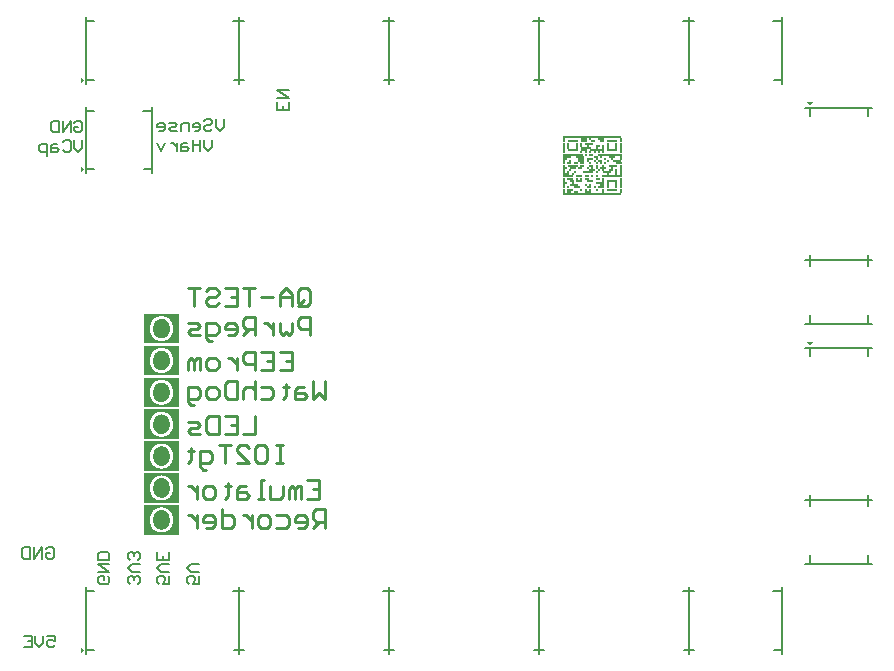
<source format=gbr>
%TF.GenerationSoftware,Altium Limited,Altium Designer,21.1.0 (24)*%
G04 Layer_Color=32896*
%FSLAX45Y45*%
%MOMM*%
%TF.SameCoordinates,22AD4BEA-BF74-4225-A0B4-C9A39FC99EA3*%
%TF.FilePolarity,Positive*%
%TF.FileFunction,Legend,Bot*%
%TF.Part,Single*%
G01*
G75*
%TA.AperFunction,NonConductor*%
%ADD97C,0.20000*%
%ADD98C,0.25000*%
%ADD99R,0.18500X0.15000*%
%ADD100R,0.37000X0.15000*%
%ADD101R,0.18500X0.15000*%
%ADD102R,0.18600X0.15000*%
%ADD103R,0.55500X0.15000*%
%ADD104R,0.92600X0.15000*%
%ADD105R,0.37100X0.15000*%
%ADD106R,0.55600X0.15000*%
%ADD107R,0.74100X0.15000*%
%ADD108R,0.37000X0.15000*%
%ADD109R,0.55600X0.15000*%
%ADD110R,2.03700X0.15000*%
%ADD111R,0.18600X0.15000*%
%ADD112R,1.29700X0.15000*%
%ADD113R,5.00000X0.15000*%
%ADD114R,1.66700X0.15000*%
%ADD115R,0.74000X0.15000*%
%ADD116R,0.74100X0.15000*%
G36*
X1867000Y4896500D02*
X1837000Y4871500D01*
Y4921500D01*
X1867000Y4896500D01*
D02*
G37*
G36*
X8007276Y4673673D02*
X7982276Y4703673D01*
X8032276D01*
X8007276Y4673673D01*
D02*
G37*
G36*
X1867000Y4140900D02*
X1837000Y4115900D01*
Y4165900D01*
X1867000Y4140900D01*
D02*
G37*
G36*
X8010500Y2641800D02*
X7985500Y2671800D01*
X8035500D01*
X8010500Y2641800D01*
D02*
G37*
G36*
X1867000Y70500D02*
X1837000Y45500D01*
Y95500D01*
X1867000Y70500D01*
D02*
G37*
G36*
X2670000Y1585000D02*
X2370000D01*
Y1835000D01*
X2670000D01*
Y1585000D01*
D02*
G37*
G36*
Y2125000D02*
X2370000D01*
Y2375000D01*
X2670000D01*
Y2125000D01*
D02*
G37*
G36*
Y1315000D02*
X2370000D01*
Y1565000D01*
X2670000D01*
Y1315000D01*
D02*
G37*
G36*
Y1045000D02*
X2370000D01*
Y1295000D01*
X2670000D01*
Y1045000D01*
D02*
G37*
G36*
Y2395000D02*
X2370000D01*
Y2645000D01*
X2670000D01*
Y2395000D01*
D02*
G37*
G36*
Y2665000D02*
X2370000D01*
Y2915000D01*
X2670000D01*
Y2665000D01*
D02*
G37*
G36*
Y1855000D02*
X2370000D01*
Y2105000D01*
X2670000D01*
Y1855000D01*
D02*
G37*
%LPC*%
G36*
X2521333Y1815953D02*
X2520000D01*
X2516002Y1815805D01*
X2512152Y1815657D01*
X2508302Y1815212D01*
X2504600Y1814768D01*
X2497492Y1813287D01*
X2490680Y1811510D01*
X2484460Y1809289D01*
X2478685Y1806772D01*
X2473354Y1804254D01*
X2468468Y1801589D01*
X2464173Y1798775D01*
X2460323Y1796258D01*
X2457065Y1793740D01*
X2454400Y1791667D01*
X2452178Y1789742D01*
X2451290Y1789002D01*
X2450698Y1788261D01*
X2450105Y1787817D01*
X2449661Y1787373D01*
X2449513Y1787225D01*
X2449365Y1787077D01*
X2446848Y1784263D01*
X2444478Y1781450D01*
X2442405Y1778488D01*
X2440332Y1775378D01*
X2436630Y1769011D01*
X2433520Y1762495D01*
X2430855Y1755831D01*
X2428633Y1749168D01*
X2426856Y1742652D01*
X2425376Y1736285D01*
X2424339Y1730361D01*
X2423451Y1724882D01*
X2423154Y1722365D01*
X2422858Y1719996D01*
X2422562Y1717774D01*
X2422414Y1715701D01*
X2422266Y1713776D01*
X2422118Y1712147D01*
Y1710666D01*
X2421970Y1709482D01*
Y1707260D01*
X2422118Y1702226D01*
X2422414Y1697339D01*
X2423006Y1692600D01*
X2423747Y1687862D01*
X2424635Y1683419D01*
X2425672Y1679273D01*
X2426708Y1675275D01*
X2427893Y1671573D01*
X2428930Y1668167D01*
X2429966Y1665205D01*
X2431003Y1662540D01*
X2431891Y1660318D01*
X2432632Y1658393D01*
X2433224Y1657061D01*
X2433520Y1656320D01*
X2433668Y1656024D01*
X2436038Y1651582D01*
X2438555Y1647435D01*
X2441220Y1643585D01*
X2444034Y1639883D01*
X2446848Y1636477D01*
X2449661Y1633368D01*
X2452623Y1630554D01*
X2455288Y1627889D01*
X2457954Y1625667D01*
X2460323Y1623594D01*
X2462544Y1621965D01*
X2464469Y1620484D01*
X2465950Y1619448D01*
X2467135Y1618559D01*
X2467875Y1618115D01*
X2468171Y1617967D01*
X2472466Y1615450D01*
X2476908Y1613377D01*
X2481499Y1611451D01*
X2485941Y1609971D01*
X2490236Y1608638D01*
X2494530Y1607453D01*
X2498676Y1606565D01*
X2502674Y1605824D01*
X2506228Y1605232D01*
X2509634Y1604788D01*
X2512596Y1604492D01*
X2515113Y1604344D01*
X2517186Y1604195D01*
X2518667Y1604047D01*
X2520000D01*
X2524887Y1604195D01*
X2529773Y1604640D01*
X2534512Y1605232D01*
X2538955Y1605972D01*
X2543397Y1607009D01*
X2547395Y1608046D01*
X2551245Y1609230D01*
X2554947Y1610415D01*
X2558205Y1611451D01*
X2561019Y1612636D01*
X2563536Y1613673D01*
X2565757Y1614709D01*
X2567386Y1615450D01*
X2568719Y1616042D01*
X2569459Y1616486D01*
X2569756Y1616634D01*
X2573902Y1619152D01*
X2577900Y1621817D01*
X2581602Y1624779D01*
X2585156Y1627740D01*
X2588266Y1630850D01*
X2591227Y1633960D01*
X2593893Y1636922D01*
X2596262Y1639883D01*
X2598335Y1642697D01*
X2600260Y1645362D01*
X2601889Y1647732D01*
X2603074Y1649805D01*
X2604111Y1651434D01*
X2604851Y1652766D01*
X2605295Y1653507D01*
X2605443Y1653803D01*
X2607665Y1658542D01*
X2609590Y1663280D01*
X2611219Y1668019D01*
X2612699Y1672905D01*
X2613884Y1677644D01*
X2614921Y1682235D01*
X2615809Y1686677D01*
X2616401Y1690971D01*
X2616994Y1694822D01*
X2617438Y1698524D01*
X2617586Y1701633D01*
X2617882Y1704299D01*
Y1706520D01*
X2618030Y1707557D01*
Y1709630D01*
X2617882Y1715257D01*
X2617586Y1720736D01*
X2616994Y1726067D01*
X2616105Y1731102D01*
X2615217Y1735988D01*
X2614180Y1740431D01*
X2613144Y1744725D01*
X2612107Y1748575D01*
X2610922Y1752129D01*
X2609886Y1755239D01*
X2608849Y1758053D01*
X2607961Y1760274D01*
X2607220Y1762199D01*
X2606628Y1763532D01*
X2606184Y1764272D01*
X2606036Y1764568D01*
X2603666Y1769011D01*
X2601149Y1773157D01*
X2598335Y1777007D01*
X2595522Y1780709D01*
X2592708Y1784115D01*
X2589747Y1787225D01*
X2586933Y1790038D01*
X2584120Y1792556D01*
X2581454Y1794777D01*
X2579085Y1796850D01*
X2576864Y1798479D01*
X2574938Y1799812D01*
X2573458Y1800996D01*
X2572273Y1801737D01*
X2571533Y1802181D01*
X2571236Y1802329D01*
X2566942Y1804698D01*
X2562500Y1806772D01*
X2558057Y1808697D01*
X2553615Y1810177D01*
X2549320Y1811510D01*
X2545026Y1812695D01*
X2540880Y1813583D01*
X2537029Y1814324D01*
X2533476Y1814768D01*
X2530218Y1815212D01*
X2527256Y1815508D01*
X2524739Y1815805D01*
X2522814D01*
X2521333Y1815953D01*
D02*
G37*
%LPD*%
G36*
X2523850Y1792408D02*
X2527552Y1792111D01*
X2531106Y1791667D01*
X2534364Y1790927D01*
X2537622Y1790186D01*
X2540583Y1789298D01*
X2543397Y1788409D01*
X2546062Y1787373D01*
X2548432Y1786484D01*
X2550505Y1785448D01*
X2552282Y1784559D01*
X2553911Y1783819D01*
X2555095Y1783078D01*
X2555984Y1782634D01*
X2556576Y1782338D01*
X2556724Y1782190D01*
X2559686Y1780117D01*
X2562500Y1778044D01*
X2565017Y1775674D01*
X2567534Y1773305D01*
X2569756Y1770936D01*
X2571681Y1768566D01*
X2573606Y1766197D01*
X2575235Y1763976D01*
X2576715Y1761755D01*
X2577900Y1759830D01*
X2578937Y1757905D01*
X2579825Y1756424D01*
X2580566Y1755091D01*
X2581010Y1754202D01*
X2581306Y1753462D01*
X2581454Y1753314D01*
X2582935Y1749760D01*
X2584268Y1746058D01*
X2585452Y1742356D01*
X2586489Y1738654D01*
X2587229Y1734952D01*
X2587970Y1731398D01*
X2588562Y1727844D01*
X2589006Y1724586D01*
X2589302Y1721476D01*
X2589599Y1718663D01*
X2589747Y1716145D01*
X2589895Y1713924D01*
X2590043Y1712147D01*
Y1710814D01*
Y1710074D01*
Y1709778D01*
X2589895Y1702522D01*
X2589154Y1695858D01*
X2588266Y1689491D01*
X2586933Y1683567D01*
X2585452Y1678088D01*
X2583823Y1673054D01*
X2582046Y1668611D01*
X2580121Y1664465D01*
X2578344Y1660763D01*
X2576419Y1657653D01*
X2574790Y1654988D01*
X2573310Y1652766D01*
X2571977Y1650989D01*
X2571088Y1649805D01*
X2570496Y1649064D01*
X2570200Y1648768D01*
X2566350Y1645066D01*
X2562351Y1641660D01*
X2558205Y1638847D01*
X2553911Y1636329D01*
X2549765Y1634256D01*
X2545618Y1632479D01*
X2541472Y1631146D01*
X2537622Y1629962D01*
X2533920Y1629073D01*
X2530514Y1628481D01*
X2527552Y1627889D01*
X2524887Y1627592D01*
X2522814Y1627444D01*
X2521925D01*
X2521185Y1627296D01*
X2519852D01*
X2514373Y1627592D01*
X2509042Y1628185D01*
X2504007Y1629221D01*
X2499417Y1630554D01*
X2494974Y1632183D01*
X2490828Y1633960D01*
X2486978Y1635885D01*
X2483572Y1637958D01*
X2480462Y1639883D01*
X2477649Y1641808D01*
X2475427Y1643585D01*
X2473354Y1645214D01*
X2471873Y1646547D01*
X2470689Y1647583D01*
X2470096Y1648176D01*
X2469800Y1648472D01*
X2466246Y1652618D01*
X2463285Y1657061D01*
X2460619Y1661799D01*
X2458398Y1666538D01*
X2456473Y1671425D01*
X2454844Y1676311D01*
X2453511Y1681050D01*
X2452475Y1685641D01*
X2451586Y1689935D01*
X2450994Y1693933D01*
X2450550Y1697635D01*
X2450253Y1700745D01*
X2450105Y1702078D01*
Y1703262D01*
Y1704299D01*
X2449957Y1705187D01*
Y1705928D01*
Y1706372D01*
Y1706668D01*
Y1706816D01*
Y1711111D01*
X2450253Y1715109D01*
X2450401Y1719107D01*
X2450846Y1722957D01*
X2451290Y1726511D01*
X2451882Y1730065D01*
X2453215Y1736581D01*
X2454844Y1742504D01*
X2456473Y1747983D01*
X2458398Y1752870D01*
X2460323Y1757164D01*
X2462248Y1760866D01*
X2464173Y1763976D01*
X2465950Y1766789D01*
X2467431Y1768863D01*
X2468764Y1770640D01*
X2469800Y1771824D01*
X2470393Y1772417D01*
X2470689Y1772713D01*
X2474687Y1776267D01*
X2478833Y1779228D01*
X2482980Y1781894D01*
X2487126Y1784263D01*
X2491420Y1786040D01*
X2495418Y1787669D01*
X2499417Y1789002D01*
X2503267Y1790038D01*
X2506673Y1790927D01*
X2509930Y1791519D01*
X2512892Y1791963D01*
X2515409Y1792260D01*
X2517335Y1792408D01*
X2518815Y1792556D01*
X2520148D01*
X2523850Y1792408D01*
D02*
G37*
%LPC*%
G36*
X2521333Y2355953D02*
X2520000D01*
X2516002Y2355805D01*
X2512152Y2355657D01*
X2508302Y2355212D01*
X2504600Y2354768D01*
X2497492Y2353287D01*
X2490680Y2351510D01*
X2484460Y2349289D01*
X2478685Y2346772D01*
X2473354Y2344254D01*
X2468468Y2341589D01*
X2464173Y2338775D01*
X2460323Y2336258D01*
X2457065Y2333741D01*
X2454400Y2331667D01*
X2452178Y2329742D01*
X2451290Y2329002D01*
X2450698Y2328262D01*
X2450105Y2327817D01*
X2449661Y2327373D01*
X2449513Y2327225D01*
X2449365Y2327077D01*
X2446848Y2324263D01*
X2444478Y2321450D01*
X2442405Y2318488D01*
X2440332Y2315378D01*
X2436630Y2309011D01*
X2433520Y2302495D01*
X2430855Y2295832D01*
X2428633Y2289168D01*
X2426856Y2282652D01*
X2425376Y2276285D01*
X2424339Y2270361D01*
X2423451Y2264882D01*
X2423154Y2262365D01*
X2422858Y2259996D01*
X2422562Y2257775D01*
X2422414Y2255701D01*
X2422266Y2253776D01*
X2422118Y2252147D01*
Y2250667D01*
X2421970Y2249482D01*
Y2247261D01*
X2422118Y2242226D01*
X2422414Y2237339D01*
X2423006Y2232601D01*
X2423747Y2227862D01*
X2424635Y2223419D01*
X2425672Y2219273D01*
X2426708Y2215275D01*
X2427893Y2211573D01*
X2428930Y2208167D01*
X2429966Y2205205D01*
X2431003Y2202540D01*
X2431891Y2200319D01*
X2432632Y2198394D01*
X2433224Y2197061D01*
X2433520Y2196320D01*
X2433668Y2196024D01*
X2436038Y2191582D01*
X2438555Y2187436D01*
X2441220Y2183585D01*
X2444034Y2179883D01*
X2446848Y2176477D01*
X2449661Y2173368D01*
X2452623Y2170554D01*
X2455288Y2167889D01*
X2457954Y2165667D01*
X2460323Y2163594D01*
X2462544Y2161965D01*
X2464469Y2160485D01*
X2465950Y2159448D01*
X2467135Y2158560D01*
X2467875Y2158115D01*
X2468171Y2157967D01*
X2472466Y2155450D01*
X2476908Y2153377D01*
X2481499Y2151452D01*
X2485941Y2149971D01*
X2490236Y2148638D01*
X2494530Y2147453D01*
X2498676Y2146565D01*
X2502674Y2145825D01*
X2506228Y2145232D01*
X2509634Y2144788D01*
X2512596Y2144492D01*
X2515113Y2144344D01*
X2517186Y2144196D01*
X2518667Y2144048D01*
X2520000D01*
X2524887Y2144196D01*
X2529773Y2144640D01*
X2534512Y2145232D01*
X2538955Y2145973D01*
X2543397Y2147009D01*
X2547395Y2148046D01*
X2551245Y2149230D01*
X2554947Y2150415D01*
X2558205Y2151452D01*
X2561019Y2152636D01*
X2563536Y2153673D01*
X2565757Y2154709D01*
X2567386Y2155450D01*
X2568719Y2156042D01*
X2569459Y2156486D01*
X2569756Y2156634D01*
X2573902Y2159152D01*
X2577900Y2161817D01*
X2581602Y2164779D01*
X2585156Y2167741D01*
X2588266Y2170850D01*
X2591227Y2173960D01*
X2593893Y2176922D01*
X2596262Y2179883D01*
X2598335Y2182697D01*
X2600260Y2185362D01*
X2601889Y2187732D01*
X2603074Y2189805D01*
X2604111Y2191434D01*
X2604851Y2192767D01*
X2605295Y2193507D01*
X2605443Y2193803D01*
X2607665Y2198542D01*
X2609590Y2203280D01*
X2611219Y2208019D01*
X2612699Y2212906D01*
X2613884Y2217644D01*
X2614921Y2222235D01*
X2615809Y2226677D01*
X2616401Y2230972D01*
X2616994Y2234822D01*
X2617438Y2238524D01*
X2617586Y2241634D01*
X2617882Y2244299D01*
Y2246520D01*
X2618030Y2247557D01*
Y2249630D01*
X2617882Y2255257D01*
X2617586Y2260736D01*
X2616994Y2266067D01*
X2616105Y2271102D01*
X2615217Y2275989D01*
X2614180Y2280431D01*
X2613144Y2284725D01*
X2612107Y2288576D01*
X2610922Y2292130D01*
X2609886Y2295239D01*
X2608849Y2298053D01*
X2607961Y2300274D01*
X2607220Y2302199D01*
X2606628Y2303532D01*
X2606184Y2304272D01*
X2606036Y2304568D01*
X2603666Y2309011D01*
X2601149Y2313157D01*
X2598335Y2317007D01*
X2595522Y2320709D01*
X2592708Y2324115D01*
X2589747Y2327225D01*
X2586933Y2330039D01*
X2584120Y2332556D01*
X2581454Y2334777D01*
X2579085Y2336850D01*
X2576864Y2338479D01*
X2574938Y2339812D01*
X2573458Y2340997D01*
X2572273Y2341737D01*
X2571533Y2342181D01*
X2571236Y2342329D01*
X2566942Y2344699D01*
X2562500Y2346772D01*
X2558057Y2348697D01*
X2553615Y2350178D01*
X2549320Y2351510D01*
X2545026Y2352695D01*
X2540880Y2353584D01*
X2537029Y2354324D01*
X2533476Y2354768D01*
X2530218Y2355212D01*
X2527256Y2355509D01*
X2524739Y2355805D01*
X2522814D01*
X2521333Y2355953D01*
D02*
G37*
%LPD*%
G36*
X2523850Y2332408D02*
X2527552Y2332112D01*
X2531106Y2331667D01*
X2534364Y2330927D01*
X2537622Y2330187D01*
X2540583Y2329298D01*
X2543397Y2328410D01*
X2546062Y2327373D01*
X2548432Y2326485D01*
X2550505Y2325448D01*
X2552282Y2324559D01*
X2553911Y2323819D01*
X2555095Y2323079D01*
X2555984Y2322634D01*
X2556576Y2322338D01*
X2556724Y2322190D01*
X2559686Y2320117D01*
X2562500Y2318044D01*
X2565017Y2315675D01*
X2567534Y2313305D01*
X2569756Y2310936D01*
X2571681Y2308567D01*
X2573606Y2306197D01*
X2575235Y2303976D01*
X2576715Y2301755D01*
X2577900Y2299830D01*
X2578937Y2297905D01*
X2579825Y2296424D01*
X2580566Y2295091D01*
X2581010Y2294203D01*
X2581306Y2293462D01*
X2581454Y2293314D01*
X2582935Y2289760D01*
X2584268Y2286058D01*
X2585452Y2282356D01*
X2586489Y2278654D01*
X2587229Y2274952D01*
X2587970Y2271398D01*
X2588562Y2267844D01*
X2589006Y2264586D01*
X2589302Y2261477D01*
X2589599Y2258663D01*
X2589747Y2256146D01*
X2589895Y2253924D01*
X2590043Y2252147D01*
Y2250815D01*
Y2250074D01*
Y2249778D01*
X2589895Y2242522D01*
X2589154Y2235858D01*
X2588266Y2229491D01*
X2586933Y2223568D01*
X2585452Y2218089D01*
X2583823Y2213054D01*
X2582046Y2208611D01*
X2580121Y2204465D01*
X2578344Y2200763D01*
X2576419Y2197653D01*
X2574790Y2194988D01*
X2573310Y2192767D01*
X2571977Y2190990D01*
X2571088Y2189805D01*
X2570496Y2189064D01*
X2570200Y2188768D01*
X2566350Y2185066D01*
X2562351Y2181660D01*
X2558205Y2178847D01*
X2553911Y2176329D01*
X2549765Y2174256D01*
X2545618Y2172479D01*
X2541472Y2171147D01*
X2537622Y2169962D01*
X2533920Y2169073D01*
X2530514Y2168481D01*
X2527552Y2167889D01*
X2524887Y2167593D01*
X2522814Y2167444D01*
X2521925D01*
X2521185Y2167296D01*
X2519852D01*
X2514373Y2167593D01*
X2509042Y2168185D01*
X2504007Y2169221D01*
X2499417Y2170554D01*
X2494974Y2172183D01*
X2490828Y2173960D01*
X2486978Y2175885D01*
X2483572Y2177958D01*
X2480462Y2179883D01*
X2477649Y2181808D01*
X2475427Y2183585D01*
X2473354Y2185214D01*
X2471873Y2186547D01*
X2470689Y2187584D01*
X2470096Y2188176D01*
X2469800Y2188472D01*
X2466246Y2192618D01*
X2463285Y2197061D01*
X2460619Y2201800D01*
X2458398Y2206538D01*
X2456473Y2211425D01*
X2454844Y2216312D01*
X2453511Y2221050D01*
X2452475Y2225641D01*
X2451586Y2229935D01*
X2450994Y2233933D01*
X2450550Y2237635D01*
X2450253Y2240745D01*
X2450105Y2242078D01*
Y2243262D01*
Y2244299D01*
X2449957Y2245188D01*
Y2245928D01*
Y2246372D01*
Y2246668D01*
Y2246816D01*
Y2251111D01*
X2450253Y2255109D01*
X2450401Y2259107D01*
X2450846Y2262957D01*
X2451290Y2266511D01*
X2451882Y2270065D01*
X2453215Y2276581D01*
X2454844Y2282504D01*
X2456473Y2287983D01*
X2458398Y2292870D01*
X2460323Y2297164D01*
X2462248Y2300866D01*
X2464173Y2303976D01*
X2465950Y2306790D01*
X2467431Y2308863D01*
X2468764Y2310640D01*
X2469800Y2311824D01*
X2470393Y2312417D01*
X2470689Y2312713D01*
X2474687Y2316267D01*
X2478833Y2319229D01*
X2482980Y2321894D01*
X2487126Y2324263D01*
X2491420Y2326040D01*
X2495418Y2327669D01*
X2499417Y2329002D01*
X2503267Y2330039D01*
X2506673Y2330927D01*
X2509930Y2331519D01*
X2512892Y2331964D01*
X2515409Y2332260D01*
X2517335Y2332408D01*
X2518815Y2332556D01*
X2520148D01*
X2523850Y2332408D01*
D02*
G37*
%LPC*%
G36*
X2521333Y1545953D02*
X2520000D01*
X2516002Y1545805D01*
X2512152Y1545657D01*
X2508302Y1545212D01*
X2504600Y1544768D01*
X2497492Y1543287D01*
X2490680Y1541510D01*
X2484460Y1539289D01*
X2478685Y1536772D01*
X2473354Y1534254D01*
X2468468Y1531589D01*
X2464173Y1528775D01*
X2460323Y1526258D01*
X2457065Y1523740D01*
X2454400Y1521667D01*
X2452178Y1519742D01*
X2451290Y1519002D01*
X2450698Y1518261D01*
X2450105Y1517817D01*
X2449661Y1517373D01*
X2449513Y1517225D01*
X2449365Y1517077D01*
X2446848Y1514263D01*
X2444478Y1511450D01*
X2442405Y1508488D01*
X2440332Y1505378D01*
X2436630Y1499011D01*
X2433520Y1492495D01*
X2430855Y1485831D01*
X2428633Y1479168D01*
X2426856Y1472652D01*
X2425376Y1466285D01*
X2424339Y1460361D01*
X2423451Y1454882D01*
X2423154Y1452365D01*
X2422858Y1449996D01*
X2422562Y1447774D01*
X2422414Y1445701D01*
X2422266Y1443776D01*
X2422118Y1442147D01*
Y1440666D01*
X2421970Y1439482D01*
Y1437261D01*
X2422118Y1432226D01*
X2422414Y1427339D01*
X2423006Y1422600D01*
X2423747Y1417862D01*
X2424635Y1413419D01*
X2425672Y1409273D01*
X2426708Y1405275D01*
X2427893Y1401573D01*
X2428930Y1398167D01*
X2429966Y1395205D01*
X2431003Y1392540D01*
X2431891Y1390319D01*
X2432632Y1388393D01*
X2433224Y1387061D01*
X2433520Y1386320D01*
X2433668Y1386024D01*
X2436038Y1381582D01*
X2438555Y1377435D01*
X2441220Y1373585D01*
X2444034Y1369883D01*
X2446848Y1366477D01*
X2449661Y1363368D01*
X2452623Y1360554D01*
X2455288Y1357889D01*
X2457954Y1355667D01*
X2460323Y1353594D01*
X2462544Y1351965D01*
X2464469Y1350484D01*
X2465950Y1349448D01*
X2467135Y1348559D01*
X2467875Y1348115D01*
X2468171Y1347967D01*
X2472466Y1345450D01*
X2476908Y1343377D01*
X2481499Y1341451D01*
X2485941Y1339971D01*
X2490236Y1338638D01*
X2494530Y1337453D01*
X2498676Y1336565D01*
X2502674Y1335824D01*
X2506228Y1335232D01*
X2509634Y1334788D01*
X2512596Y1334492D01*
X2515113Y1334344D01*
X2517186Y1334195D01*
X2518667Y1334047D01*
X2520000D01*
X2524887Y1334195D01*
X2529773Y1334640D01*
X2534512Y1335232D01*
X2538955Y1335972D01*
X2543397Y1337009D01*
X2547395Y1338046D01*
X2551245Y1339230D01*
X2554947Y1340415D01*
X2558205Y1341451D01*
X2561019Y1342636D01*
X2563536Y1343673D01*
X2565757Y1344709D01*
X2567386Y1345450D01*
X2568719Y1346042D01*
X2569459Y1346486D01*
X2569756Y1346634D01*
X2573902Y1349152D01*
X2577900Y1351817D01*
X2581602Y1354779D01*
X2585156Y1357740D01*
X2588266Y1360850D01*
X2591227Y1363960D01*
X2593893Y1366922D01*
X2596262Y1369883D01*
X2598335Y1372697D01*
X2600260Y1375362D01*
X2601889Y1377732D01*
X2603074Y1379805D01*
X2604111Y1381434D01*
X2604851Y1382766D01*
X2605295Y1383507D01*
X2605443Y1383803D01*
X2607665Y1388542D01*
X2609590Y1393280D01*
X2611219Y1398019D01*
X2612699Y1402905D01*
X2613884Y1407644D01*
X2614921Y1412235D01*
X2615809Y1416677D01*
X2616401Y1420972D01*
X2616994Y1424822D01*
X2617438Y1428524D01*
X2617586Y1431633D01*
X2617882Y1434299D01*
Y1436520D01*
X2618030Y1437557D01*
Y1439630D01*
X2617882Y1445257D01*
X2617586Y1450736D01*
X2616994Y1456067D01*
X2616105Y1461102D01*
X2615217Y1465988D01*
X2614180Y1470431D01*
X2613144Y1474725D01*
X2612107Y1478575D01*
X2610922Y1482129D01*
X2609886Y1485239D01*
X2608849Y1488053D01*
X2607961Y1490274D01*
X2607220Y1492199D01*
X2606628Y1493532D01*
X2606184Y1494272D01*
X2606036Y1494568D01*
X2603666Y1499011D01*
X2601149Y1503157D01*
X2598335Y1507007D01*
X2595522Y1510709D01*
X2592708Y1514115D01*
X2589747Y1517225D01*
X2586933Y1520038D01*
X2584120Y1522556D01*
X2581454Y1524777D01*
X2579085Y1526850D01*
X2576864Y1528479D01*
X2574938Y1529812D01*
X2573458Y1530996D01*
X2572273Y1531737D01*
X2571533Y1532181D01*
X2571236Y1532329D01*
X2566942Y1534698D01*
X2562500Y1536772D01*
X2558057Y1538697D01*
X2553615Y1540178D01*
X2549320Y1541510D01*
X2545026Y1542695D01*
X2540880Y1543583D01*
X2537029Y1544324D01*
X2533476Y1544768D01*
X2530218Y1545212D01*
X2527256Y1545508D01*
X2524739Y1545805D01*
X2522814D01*
X2521333Y1545953D01*
D02*
G37*
%LPD*%
G36*
X2523850Y1522408D02*
X2527552Y1522112D01*
X2531106Y1521667D01*
X2534364Y1520927D01*
X2537622Y1520186D01*
X2540583Y1519298D01*
X2543397Y1518409D01*
X2546062Y1517373D01*
X2548432Y1516484D01*
X2550505Y1515448D01*
X2552282Y1514559D01*
X2553911Y1513819D01*
X2555095Y1513079D01*
X2555984Y1512634D01*
X2556576Y1512338D01*
X2556724Y1512190D01*
X2559686Y1510117D01*
X2562500Y1508044D01*
X2565017Y1505674D01*
X2567534Y1503305D01*
X2569756Y1500936D01*
X2571681Y1498566D01*
X2573606Y1496197D01*
X2575235Y1493976D01*
X2576715Y1491755D01*
X2577900Y1489830D01*
X2578937Y1487905D01*
X2579825Y1486424D01*
X2580566Y1485091D01*
X2581010Y1484203D01*
X2581306Y1483462D01*
X2581454Y1483314D01*
X2582935Y1479760D01*
X2584268Y1476058D01*
X2585452Y1472356D01*
X2586489Y1468654D01*
X2587229Y1464952D01*
X2587970Y1461398D01*
X2588562Y1457844D01*
X2589006Y1454586D01*
X2589302Y1451476D01*
X2589599Y1448663D01*
X2589747Y1446145D01*
X2589895Y1443924D01*
X2590043Y1442147D01*
Y1440814D01*
Y1440074D01*
Y1439778D01*
X2589895Y1432522D01*
X2589154Y1425858D01*
X2588266Y1419491D01*
X2586933Y1413567D01*
X2585452Y1408088D01*
X2583823Y1403054D01*
X2582046Y1398611D01*
X2580121Y1394465D01*
X2578344Y1390763D01*
X2576419Y1387653D01*
X2574790Y1384988D01*
X2573310Y1382766D01*
X2571977Y1380989D01*
X2571088Y1379805D01*
X2570496Y1379064D01*
X2570200Y1378768D01*
X2566350Y1375066D01*
X2562351Y1371660D01*
X2558205Y1368847D01*
X2553911Y1366329D01*
X2549765Y1364256D01*
X2545618Y1362479D01*
X2541472Y1361146D01*
X2537622Y1359962D01*
X2533920Y1359073D01*
X2530514Y1358481D01*
X2527552Y1357889D01*
X2524887Y1357592D01*
X2522814Y1357444D01*
X2521925D01*
X2521185Y1357296D01*
X2519852D01*
X2514373Y1357592D01*
X2509042Y1358185D01*
X2504007Y1359221D01*
X2499417Y1360554D01*
X2494974Y1362183D01*
X2490828Y1363960D01*
X2486978Y1365885D01*
X2483572Y1367958D01*
X2480462Y1369883D01*
X2477649Y1371808D01*
X2475427Y1373585D01*
X2473354Y1375214D01*
X2471873Y1376547D01*
X2470689Y1377583D01*
X2470096Y1378176D01*
X2469800Y1378472D01*
X2466246Y1382618D01*
X2463285Y1387061D01*
X2460619Y1391799D01*
X2458398Y1396538D01*
X2456473Y1401425D01*
X2454844Y1406311D01*
X2453511Y1411050D01*
X2452475Y1415641D01*
X2451586Y1419935D01*
X2450994Y1423933D01*
X2450550Y1427635D01*
X2450253Y1430745D01*
X2450105Y1432078D01*
Y1433262D01*
Y1434299D01*
X2449957Y1435187D01*
Y1435928D01*
Y1436372D01*
Y1436668D01*
Y1436816D01*
Y1441111D01*
X2450253Y1445109D01*
X2450401Y1449107D01*
X2450846Y1452957D01*
X2451290Y1456511D01*
X2451882Y1460065D01*
X2453215Y1466581D01*
X2454844Y1472504D01*
X2456473Y1477983D01*
X2458398Y1482870D01*
X2460323Y1487164D01*
X2462248Y1490866D01*
X2464173Y1493976D01*
X2465950Y1496789D01*
X2467431Y1498863D01*
X2468764Y1500640D01*
X2469800Y1501824D01*
X2470393Y1502417D01*
X2470689Y1502713D01*
X2474687Y1506267D01*
X2478833Y1509228D01*
X2482980Y1511894D01*
X2487126Y1514263D01*
X2491420Y1516040D01*
X2495418Y1517669D01*
X2499417Y1519002D01*
X2503267Y1520038D01*
X2506673Y1520927D01*
X2509930Y1521519D01*
X2512892Y1521963D01*
X2515409Y1522260D01*
X2517335Y1522408D01*
X2518815Y1522556D01*
X2520148D01*
X2523850Y1522408D01*
D02*
G37*
%LPC*%
G36*
X2521333Y1275953D02*
X2520000D01*
X2516002Y1275805D01*
X2512152Y1275657D01*
X2508302Y1275212D01*
X2504600Y1274768D01*
X2497492Y1273287D01*
X2490680Y1271510D01*
X2484460Y1269289D01*
X2478685Y1266772D01*
X2473354Y1264254D01*
X2468468Y1261589D01*
X2464173Y1258775D01*
X2460323Y1256258D01*
X2457065Y1253740D01*
X2454400Y1251667D01*
X2452178Y1249742D01*
X2451290Y1249002D01*
X2450698Y1248261D01*
X2450105Y1247817D01*
X2449661Y1247373D01*
X2449513Y1247225D01*
X2449365Y1247077D01*
X2446848Y1244263D01*
X2444478Y1241450D01*
X2442405Y1238488D01*
X2440332Y1235378D01*
X2436630Y1229011D01*
X2433520Y1222495D01*
X2430855Y1215831D01*
X2428633Y1209168D01*
X2426856Y1202652D01*
X2425376Y1196285D01*
X2424339Y1190361D01*
X2423451Y1184882D01*
X2423154Y1182365D01*
X2422858Y1179996D01*
X2422562Y1177774D01*
X2422414Y1175701D01*
X2422266Y1173776D01*
X2422118Y1172147D01*
Y1170666D01*
X2421970Y1169482D01*
Y1167261D01*
X2422118Y1162226D01*
X2422414Y1157339D01*
X2423006Y1152600D01*
X2423747Y1147862D01*
X2424635Y1143419D01*
X2425672Y1139273D01*
X2426708Y1135275D01*
X2427893Y1131573D01*
X2428930Y1128167D01*
X2429966Y1125205D01*
X2431003Y1122540D01*
X2431891Y1120319D01*
X2432632Y1118393D01*
X2433224Y1117061D01*
X2433520Y1116320D01*
X2433668Y1116024D01*
X2436038Y1111582D01*
X2438555Y1107435D01*
X2441220Y1103585D01*
X2444034Y1099883D01*
X2446848Y1096477D01*
X2449661Y1093368D01*
X2452623Y1090554D01*
X2455288Y1087889D01*
X2457954Y1085667D01*
X2460323Y1083594D01*
X2462544Y1081965D01*
X2464469Y1080485D01*
X2465950Y1079448D01*
X2467135Y1078559D01*
X2467875Y1078115D01*
X2468171Y1077967D01*
X2472466Y1075450D01*
X2476908Y1073377D01*
X2481499Y1071452D01*
X2485941Y1069971D01*
X2490236Y1068638D01*
X2494530Y1067453D01*
X2498676Y1066565D01*
X2502674Y1065824D01*
X2506228Y1065232D01*
X2509634Y1064788D01*
X2512596Y1064492D01*
X2515113Y1064344D01*
X2517186Y1064195D01*
X2518667Y1064047D01*
X2520000D01*
X2524887Y1064195D01*
X2529773Y1064640D01*
X2534512Y1065232D01*
X2538955Y1065972D01*
X2543397Y1067009D01*
X2547395Y1068046D01*
X2551245Y1069230D01*
X2554947Y1070415D01*
X2558205Y1071452D01*
X2561019Y1072636D01*
X2563536Y1073673D01*
X2565757Y1074709D01*
X2567386Y1075450D01*
X2568719Y1076042D01*
X2569459Y1076486D01*
X2569756Y1076634D01*
X2573902Y1079152D01*
X2577900Y1081817D01*
X2581602Y1084779D01*
X2585156Y1087741D01*
X2588266Y1090850D01*
X2591227Y1093960D01*
X2593893Y1096922D01*
X2596262Y1099883D01*
X2598335Y1102697D01*
X2600260Y1105362D01*
X2601889Y1107732D01*
X2603074Y1109805D01*
X2604111Y1111434D01*
X2604851Y1112766D01*
X2605295Y1113507D01*
X2605443Y1113803D01*
X2607665Y1118542D01*
X2609590Y1123280D01*
X2611219Y1128019D01*
X2612699Y1132906D01*
X2613884Y1137644D01*
X2614921Y1142235D01*
X2615809Y1146677D01*
X2616401Y1150972D01*
X2616994Y1154822D01*
X2617438Y1158524D01*
X2617586Y1161633D01*
X2617882Y1164299D01*
Y1166520D01*
X2618030Y1167557D01*
Y1169630D01*
X2617882Y1175257D01*
X2617586Y1180736D01*
X2616994Y1186067D01*
X2616105Y1191102D01*
X2615217Y1195988D01*
X2614180Y1200431D01*
X2613144Y1204725D01*
X2612107Y1208575D01*
X2610922Y1212129D01*
X2609886Y1215239D01*
X2608849Y1218053D01*
X2607961Y1220274D01*
X2607220Y1222199D01*
X2606628Y1223532D01*
X2606184Y1224272D01*
X2606036Y1224568D01*
X2603666Y1229011D01*
X2601149Y1233157D01*
X2598335Y1237007D01*
X2595522Y1240709D01*
X2592708Y1244115D01*
X2589747Y1247225D01*
X2586933Y1250038D01*
X2584120Y1252556D01*
X2581454Y1254777D01*
X2579085Y1256850D01*
X2576864Y1258479D01*
X2574938Y1259812D01*
X2573458Y1260996D01*
X2572273Y1261737D01*
X2571533Y1262181D01*
X2571236Y1262329D01*
X2566942Y1264699D01*
X2562500Y1266772D01*
X2558057Y1268697D01*
X2553615Y1270178D01*
X2549320Y1271510D01*
X2545026Y1272695D01*
X2540880Y1273583D01*
X2537029Y1274324D01*
X2533476Y1274768D01*
X2530218Y1275212D01*
X2527256Y1275508D01*
X2524739Y1275805D01*
X2522814D01*
X2521333Y1275953D01*
D02*
G37*
%LPD*%
G36*
X2523850Y1252408D02*
X2527552Y1252112D01*
X2531106Y1251667D01*
X2534364Y1250927D01*
X2537622Y1250186D01*
X2540583Y1249298D01*
X2543397Y1248409D01*
X2546062Y1247373D01*
X2548432Y1246484D01*
X2550505Y1245448D01*
X2552282Y1244559D01*
X2553911Y1243819D01*
X2555095Y1243079D01*
X2555984Y1242634D01*
X2556576Y1242338D01*
X2556724Y1242190D01*
X2559686Y1240117D01*
X2562500Y1238044D01*
X2565017Y1235674D01*
X2567534Y1233305D01*
X2569756Y1230936D01*
X2571681Y1228567D01*
X2573606Y1226197D01*
X2575235Y1223976D01*
X2576715Y1221755D01*
X2577900Y1219830D01*
X2578937Y1217905D01*
X2579825Y1216424D01*
X2580566Y1215091D01*
X2581010Y1214203D01*
X2581306Y1213462D01*
X2581454Y1213314D01*
X2582935Y1209760D01*
X2584268Y1206058D01*
X2585452Y1202356D01*
X2586489Y1198654D01*
X2587229Y1194952D01*
X2587970Y1191398D01*
X2588562Y1187844D01*
X2589006Y1184586D01*
X2589302Y1181476D01*
X2589599Y1178663D01*
X2589747Y1176145D01*
X2589895Y1173924D01*
X2590043Y1172147D01*
Y1170815D01*
Y1170074D01*
Y1169778D01*
X2589895Y1162522D01*
X2589154Y1155858D01*
X2588266Y1149491D01*
X2586933Y1143567D01*
X2585452Y1138088D01*
X2583823Y1133054D01*
X2582046Y1128611D01*
X2580121Y1124465D01*
X2578344Y1120763D01*
X2576419Y1117653D01*
X2574790Y1114988D01*
X2573310Y1112766D01*
X2571977Y1110989D01*
X2571088Y1109805D01*
X2570496Y1109064D01*
X2570200Y1108768D01*
X2566350Y1105066D01*
X2562351Y1101660D01*
X2558205Y1098847D01*
X2553911Y1096329D01*
X2549765Y1094256D01*
X2545618Y1092479D01*
X2541472Y1091146D01*
X2537622Y1089962D01*
X2533920Y1089073D01*
X2530514Y1088481D01*
X2527552Y1087889D01*
X2524887Y1087592D01*
X2522814Y1087444D01*
X2521925D01*
X2521185Y1087296D01*
X2519852D01*
X2514373Y1087592D01*
X2509042Y1088185D01*
X2504007Y1089221D01*
X2499417Y1090554D01*
X2494974Y1092183D01*
X2490828Y1093960D01*
X2486978Y1095885D01*
X2483572Y1097958D01*
X2480462Y1099883D01*
X2477649Y1101808D01*
X2475427Y1103585D01*
X2473354Y1105214D01*
X2471873Y1106547D01*
X2470689Y1107584D01*
X2470096Y1108176D01*
X2469800Y1108472D01*
X2466246Y1112618D01*
X2463285Y1117061D01*
X2460619Y1121799D01*
X2458398Y1126538D01*
X2456473Y1131425D01*
X2454844Y1136311D01*
X2453511Y1141050D01*
X2452475Y1145641D01*
X2451586Y1149935D01*
X2450994Y1153933D01*
X2450550Y1157635D01*
X2450253Y1160745D01*
X2450105Y1162078D01*
Y1163262D01*
Y1164299D01*
X2449957Y1165187D01*
Y1165928D01*
Y1166372D01*
Y1166668D01*
Y1166816D01*
Y1171111D01*
X2450253Y1175109D01*
X2450401Y1179107D01*
X2450846Y1182957D01*
X2451290Y1186511D01*
X2451882Y1190065D01*
X2453215Y1196581D01*
X2454844Y1202504D01*
X2456473Y1207983D01*
X2458398Y1212870D01*
X2460323Y1217164D01*
X2462248Y1220866D01*
X2464173Y1223976D01*
X2465950Y1226790D01*
X2467431Y1228863D01*
X2468764Y1230640D01*
X2469800Y1231824D01*
X2470393Y1232417D01*
X2470689Y1232713D01*
X2474687Y1236267D01*
X2478833Y1239228D01*
X2482980Y1241894D01*
X2487126Y1244263D01*
X2491420Y1246040D01*
X2495418Y1247669D01*
X2499417Y1249002D01*
X2503267Y1250038D01*
X2506673Y1250927D01*
X2509930Y1251519D01*
X2512892Y1251963D01*
X2515409Y1252260D01*
X2517335Y1252408D01*
X2518815Y1252556D01*
X2520148D01*
X2523850Y1252408D01*
D02*
G37*
%LPC*%
G36*
X2521333Y2625953D02*
X2520000D01*
X2516002Y2625805D01*
X2512152Y2625657D01*
X2508302Y2625212D01*
X2504600Y2624768D01*
X2497492Y2623287D01*
X2490680Y2621510D01*
X2484460Y2619289D01*
X2478685Y2616772D01*
X2473354Y2614254D01*
X2468468Y2611589D01*
X2464173Y2608775D01*
X2460323Y2606258D01*
X2457065Y2603741D01*
X2454400Y2601667D01*
X2452178Y2599742D01*
X2451290Y2599002D01*
X2450698Y2598262D01*
X2450105Y2597817D01*
X2449661Y2597373D01*
X2449513Y2597225D01*
X2449365Y2597077D01*
X2446848Y2594263D01*
X2444478Y2591450D01*
X2442405Y2588488D01*
X2440332Y2585378D01*
X2436630Y2579011D01*
X2433520Y2572495D01*
X2430855Y2565832D01*
X2428633Y2559168D01*
X2426856Y2552652D01*
X2425376Y2546285D01*
X2424339Y2540361D01*
X2423451Y2534882D01*
X2423154Y2532365D01*
X2422858Y2529996D01*
X2422562Y2527774D01*
X2422414Y2525701D01*
X2422266Y2523776D01*
X2422118Y2522147D01*
Y2520667D01*
X2421970Y2519482D01*
Y2517261D01*
X2422118Y2512226D01*
X2422414Y2507339D01*
X2423006Y2502601D01*
X2423747Y2497862D01*
X2424635Y2493419D01*
X2425672Y2489273D01*
X2426708Y2485275D01*
X2427893Y2481573D01*
X2428930Y2478167D01*
X2429966Y2475205D01*
X2431003Y2472540D01*
X2431891Y2470319D01*
X2432632Y2468394D01*
X2433224Y2467061D01*
X2433520Y2466320D01*
X2433668Y2466024D01*
X2436038Y2461582D01*
X2438555Y2457436D01*
X2441220Y2453585D01*
X2444034Y2449883D01*
X2446848Y2446477D01*
X2449661Y2443368D01*
X2452623Y2440554D01*
X2455288Y2437889D01*
X2457954Y2435667D01*
X2460323Y2433594D01*
X2462544Y2431965D01*
X2464469Y2430485D01*
X2465950Y2429448D01*
X2467135Y2428560D01*
X2467875Y2428115D01*
X2468171Y2427967D01*
X2472466Y2425450D01*
X2476908Y2423377D01*
X2481499Y2421452D01*
X2485941Y2419971D01*
X2490236Y2418638D01*
X2494530Y2417453D01*
X2498676Y2416565D01*
X2502674Y2415824D01*
X2506228Y2415232D01*
X2509634Y2414788D01*
X2512596Y2414492D01*
X2515113Y2414344D01*
X2517186Y2414196D01*
X2518667Y2414047D01*
X2520000D01*
X2524887Y2414196D01*
X2529773Y2414640D01*
X2534512Y2415232D01*
X2538955Y2415973D01*
X2543397Y2417009D01*
X2547395Y2418046D01*
X2551245Y2419230D01*
X2554947Y2420415D01*
X2558205Y2421452D01*
X2561019Y2422636D01*
X2563536Y2423673D01*
X2565757Y2424709D01*
X2567386Y2425450D01*
X2568719Y2426042D01*
X2569459Y2426486D01*
X2569756Y2426634D01*
X2573902Y2429152D01*
X2577900Y2431817D01*
X2581602Y2434779D01*
X2585156Y2437741D01*
X2588266Y2440850D01*
X2591227Y2443960D01*
X2593893Y2446922D01*
X2596262Y2449883D01*
X2598335Y2452697D01*
X2600260Y2455362D01*
X2601889Y2457732D01*
X2603074Y2459805D01*
X2604111Y2461434D01*
X2604851Y2462766D01*
X2605295Y2463507D01*
X2605443Y2463803D01*
X2607665Y2468542D01*
X2609590Y2473280D01*
X2611219Y2478019D01*
X2612699Y2482906D01*
X2613884Y2487644D01*
X2614921Y2492235D01*
X2615809Y2496677D01*
X2616401Y2500972D01*
X2616994Y2504822D01*
X2617438Y2508524D01*
X2617586Y2511634D01*
X2617882Y2514299D01*
Y2516520D01*
X2618030Y2517557D01*
Y2519630D01*
X2617882Y2525257D01*
X2617586Y2530736D01*
X2616994Y2536067D01*
X2616105Y2541102D01*
X2615217Y2545989D01*
X2614180Y2550431D01*
X2613144Y2554725D01*
X2612107Y2558576D01*
X2610922Y2562129D01*
X2609886Y2565239D01*
X2608849Y2568053D01*
X2607961Y2570274D01*
X2607220Y2572199D01*
X2606628Y2573532D01*
X2606184Y2574272D01*
X2606036Y2574568D01*
X2603666Y2579011D01*
X2601149Y2583157D01*
X2598335Y2587007D01*
X2595522Y2590709D01*
X2592708Y2594115D01*
X2589747Y2597225D01*
X2586933Y2600038D01*
X2584120Y2602556D01*
X2581454Y2604777D01*
X2579085Y2606850D01*
X2576864Y2608479D01*
X2574938Y2609812D01*
X2573458Y2610997D01*
X2572273Y2611737D01*
X2571533Y2612181D01*
X2571236Y2612329D01*
X2566942Y2614699D01*
X2562500Y2616772D01*
X2558057Y2618697D01*
X2553615Y2620178D01*
X2549320Y2621510D01*
X2545026Y2622695D01*
X2540880Y2623584D01*
X2537029Y2624324D01*
X2533476Y2624768D01*
X2530218Y2625212D01*
X2527256Y2625509D01*
X2524739Y2625805D01*
X2522814D01*
X2521333Y2625953D01*
D02*
G37*
%LPD*%
G36*
X2523850Y2602408D02*
X2527552Y2602112D01*
X2531106Y2601667D01*
X2534364Y2600927D01*
X2537622Y2600187D01*
X2540583Y2599298D01*
X2543397Y2598410D01*
X2546062Y2597373D01*
X2548432Y2596485D01*
X2550505Y2595448D01*
X2552282Y2594559D01*
X2553911Y2593819D01*
X2555095Y2593079D01*
X2555984Y2592634D01*
X2556576Y2592338D01*
X2556724Y2592190D01*
X2559686Y2590117D01*
X2562500Y2588044D01*
X2565017Y2585675D01*
X2567534Y2583305D01*
X2569756Y2580936D01*
X2571681Y2578567D01*
X2573606Y2576197D01*
X2575235Y2573976D01*
X2576715Y2571755D01*
X2577900Y2569830D01*
X2578937Y2567905D01*
X2579825Y2566424D01*
X2580566Y2565091D01*
X2581010Y2564203D01*
X2581306Y2563462D01*
X2581454Y2563314D01*
X2582935Y2559760D01*
X2584268Y2556058D01*
X2585452Y2552356D01*
X2586489Y2548654D01*
X2587229Y2544952D01*
X2587970Y2541398D01*
X2588562Y2537844D01*
X2589006Y2534586D01*
X2589302Y2531477D01*
X2589599Y2528663D01*
X2589747Y2526146D01*
X2589895Y2523924D01*
X2590043Y2522147D01*
Y2520815D01*
Y2520074D01*
Y2519778D01*
X2589895Y2512522D01*
X2589154Y2505858D01*
X2588266Y2499491D01*
X2586933Y2493568D01*
X2585452Y2488088D01*
X2583823Y2483054D01*
X2582046Y2478611D01*
X2580121Y2474465D01*
X2578344Y2470763D01*
X2576419Y2467653D01*
X2574790Y2464988D01*
X2573310Y2462766D01*
X2571977Y2460989D01*
X2571088Y2459805D01*
X2570496Y2459064D01*
X2570200Y2458768D01*
X2566350Y2455066D01*
X2562351Y2451660D01*
X2558205Y2448847D01*
X2553911Y2446329D01*
X2549765Y2444256D01*
X2545618Y2442479D01*
X2541472Y2441147D01*
X2537622Y2439962D01*
X2533920Y2439073D01*
X2530514Y2438481D01*
X2527552Y2437889D01*
X2524887Y2437593D01*
X2522814Y2437444D01*
X2521925D01*
X2521185Y2437296D01*
X2519852D01*
X2514373Y2437593D01*
X2509042Y2438185D01*
X2504007Y2439221D01*
X2499417Y2440554D01*
X2494974Y2442183D01*
X2490828Y2443960D01*
X2486978Y2445885D01*
X2483572Y2447958D01*
X2480462Y2449883D01*
X2477649Y2451808D01*
X2475427Y2453585D01*
X2473354Y2455214D01*
X2471873Y2456547D01*
X2470689Y2457584D01*
X2470096Y2458176D01*
X2469800Y2458472D01*
X2466246Y2462618D01*
X2463285Y2467061D01*
X2460619Y2471799D01*
X2458398Y2476538D01*
X2456473Y2481425D01*
X2454844Y2486312D01*
X2453511Y2491050D01*
X2452475Y2495641D01*
X2451586Y2499935D01*
X2450994Y2503933D01*
X2450550Y2507635D01*
X2450253Y2510745D01*
X2450105Y2512078D01*
Y2513262D01*
Y2514299D01*
X2449957Y2515188D01*
Y2515928D01*
Y2516372D01*
Y2516668D01*
Y2516816D01*
Y2521111D01*
X2450253Y2525109D01*
X2450401Y2529107D01*
X2450846Y2532957D01*
X2451290Y2536511D01*
X2451882Y2540065D01*
X2453215Y2546581D01*
X2454844Y2552504D01*
X2456473Y2557983D01*
X2458398Y2562870D01*
X2460323Y2567164D01*
X2462248Y2570866D01*
X2464173Y2573976D01*
X2465950Y2576790D01*
X2467431Y2578863D01*
X2468764Y2580640D01*
X2469800Y2581824D01*
X2470393Y2582417D01*
X2470689Y2582713D01*
X2474687Y2586267D01*
X2478833Y2589229D01*
X2482980Y2591894D01*
X2487126Y2594263D01*
X2491420Y2596040D01*
X2495418Y2597669D01*
X2499417Y2599002D01*
X2503267Y2600038D01*
X2506673Y2600927D01*
X2509930Y2601519D01*
X2512892Y2601964D01*
X2515409Y2602260D01*
X2517335Y2602408D01*
X2518815Y2602556D01*
X2520148D01*
X2523850Y2602408D01*
D02*
G37*
%LPC*%
G36*
X2521333Y2895953D02*
X2520000D01*
X2516002Y2895805D01*
X2512152Y2895657D01*
X2508302Y2895212D01*
X2504600Y2894768D01*
X2497492Y2893287D01*
X2490680Y2891510D01*
X2484460Y2889289D01*
X2478685Y2886772D01*
X2473354Y2884254D01*
X2468468Y2881589D01*
X2464173Y2878775D01*
X2460323Y2876258D01*
X2457065Y2873741D01*
X2454400Y2871667D01*
X2452178Y2869742D01*
X2451290Y2869002D01*
X2450698Y2868261D01*
X2450105Y2867817D01*
X2449661Y2867373D01*
X2449513Y2867225D01*
X2449365Y2867077D01*
X2446848Y2864263D01*
X2444478Y2861450D01*
X2442405Y2858488D01*
X2440332Y2855378D01*
X2436630Y2849011D01*
X2433520Y2842495D01*
X2430855Y2835832D01*
X2428633Y2829168D01*
X2426856Y2822652D01*
X2425376Y2816285D01*
X2424339Y2810361D01*
X2423451Y2804882D01*
X2423154Y2802365D01*
X2422858Y2799996D01*
X2422562Y2797774D01*
X2422414Y2795701D01*
X2422266Y2793776D01*
X2422118Y2792147D01*
Y2790667D01*
X2421970Y2789482D01*
Y2787261D01*
X2422118Y2782226D01*
X2422414Y2777339D01*
X2423006Y2772600D01*
X2423747Y2767862D01*
X2424635Y2763419D01*
X2425672Y2759273D01*
X2426708Y2755275D01*
X2427893Y2751573D01*
X2428930Y2748167D01*
X2429966Y2745205D01*
X2431003Y2742540D01*
X2431891Y2740319D01*
X2432632Y2738394D01*
X2433224Y2737061D01*
X2433520Y2736320D01*
X2433668Y2736024D01*
X2436038Y2731582D01*
X2438555Y2727435D01*
X2441220Y2723585D01*
X2444034Y2719883D01*
X2446848Y2716477D01*
X2449661Y2713368D01*
X2452623Y2710554D01*
X2455288Y2707889D01*
X2457954Y2705667D01*
X2460323Y2703594D01*
X2462544Y2701965D01*
X2464469Y2700485D01*
X2465950Y2699448D01*
X2467135Y2698560D01*
X2467875Y2698115D01*
X2468171Y2697967D01*
X2472466Y2695450D01*
X2476908Y2693377D01*
X2481499Y2691452D01*
X2485941Y2689971D01*
X2490236Y2688638D01*
X2494530Y2687453D01*
X2498676Y2686565D01*
X2502674Y2685824D01*
X2506228Y2685232D01*
X2509634Y2684788D01*
X2512596Y2684492D01*
X2515113Y2684344D01*
X2517186Y2684196D01*
X2518667Y2684047D01*
X2520000D01*
X2524887Y2684196D01*
X2529773Y2684640D01*
X2534512Y2685232D01*
X2538955Y2685973D01*
X2543397Y2687009D01*
X2547395Y2688046D01*
X2551245Y2689230D01*
X2554947Y2690415D01*
X2558205Y2691452D01*
X2561019Y2692636D01*
X2563536Y2693673D01*
X2565757Y2694709D01*
X2567386Y2695450D01*
X2568719Y2696042D01*
X2569459Y2696486D01*
X2569756Y2696634D01*
X2573902Y2699152D01*
X2577900Y2701817D01*
X2581602Y2704779D01*
X2585156Y2707741D01*
X2588266Y2710850D01*
X2591227Y2713960D01*
X2593893Y2716922D01*
X2596262Y2719883D01*
X2598335Y2722697D01*
X2600260Y2725362D01*
X2601889Y2727732D01*
X2603074Y2729805D01*
X2604111Y2731434D01*
X2604851Y2732766D01*
X2605295Y2733507D01*
X2605443Y2733803D01*
X2607665Y2738542D01*
X2609590Y2743280D01*
X2611219Y2748019D01*
X2612699Y2752906D01*
X2613884Y2757644D01*
X2614921Y2762235D01*
X2615809Y2766677D01*
X2616401Y2770972D01*
X2616994Y2774822D01*
X2617438Y2778524D01*
X2617586Y2781634D01*
X2617882Y2784299D01*
Y2786520D01*
X2618030Y2787557D01*
Y2789630D01*
X2617882Y2795257D01*
X2617586Y2800736D01*
X2616994Y2806067D01*
X2616105Y2811102D01*
X2615217Y2815989D01*
X2614180Y2820431D01*
X2613144Y2824725D01*
X2612107Y2828575D01*
X2610922Y2832129D01*
X2609886Y2835239D01*
X2608849Y2838053D01*
X2607961Y2840274D01*
X2607220Y2842199D01*
X2606628Y2843532D01*
X2606184Y2844272D01*
X2606036Y2844568D01*
X2603666Y2849011D01*
X2601149Y2853157D01*
X2598335Y2857007D01*
X2595522Y2860709D01*
X2592708Y2864115D01*
X2589747Y2867225D01*
X2586933Y2870038D01*
X2584120Y2872556D01*
X2581454Y2874777D01*
X2579085Y2876850D01*
X2576864Y2878479D01*
X2574938Y2879812D01*
X2573458Y2880997D01*
X2572273Y2881737D01*
X2571533Y2882181D01*
X2571236Y2882329D01*
X2566942Y2884699D01*
X2562500Y2886772D01*
X2558057Y2888697D01*
X2553615Y2890178D01*
X2549320Y2891510D01*
X2545026Y2892695D01*
X2540880Y2893583D01*
X2537029Y2894324D01*
X2533476Y2894768D01*
X2530218Y2895212D01*
X2527256Y2895509D01*
X2524739Y2895805D01*
X2522814D01*
X2521333Y2895953D01*
D02*
G37*
%LPD*%
G36*
X2523850Y2872408D02*
X2527552Y2872112D01*
X2531106Y2871667D01*
X2534364Y2870927D01*
X2537622Y2870187D01*
X2540583Y2869298D01*
X2543397Y2868410D01*
X2546062Y2867373D01*
X2548432Y2866484D01*
X2550505Y2865448D01*
X2552282Y2864559D01*
X2553911Y2863819D01*
X2555095Y2863079D01*
X2555984Y2862634D01*
X2556576Y2862338D01*
X2556724Y2862190D01*
X2559686Y2860117D01*
X2562500Y2858044D01*
X2565017Y2855675D01*
X2567534Y2853305D01*
X2569756Y2850936D01*
X2571681Y2848567D01*
X2573606Y2846197D01*
X2575235Y2843976D01*
X2576715Y2841755D01*
X2577900Y2839830D01*
X2578937Y2837905D01*
X2579825Y2836424D01*
X2580566Y2835091D01*
X2581010Y2834203D01*
X2581306Y2833462D01*
X2581454Y2833314D01*
X2582935Y2829760D01*
X2584268Y2826058D01*
X2585452Y2822356D01*
X2586489Y2818654D01*
X2587229Y2814952D01*
X2587970Y2811398D01*
X2588562Y2807844D01*
X2589006Y2804586D01*
X2589302Y2801476D01*
X2589599Y2798663D01*
X2589747Y2796146D01*
X2589895Y2793924D01*
X2590043Y2792147D01*
Y2790815D01*
Y2790074D01*
Y2789778D01*
X2589895Y2782522D01*
X2589154Y2775858D01*
X2588266Y2769491D01*
X2586933Y2763567D01*
X2585452Y2758088D01*
X2583823Y2753054D01*
X2582046Y2748611D01*
X2580121Y2744465D01*
X2578344Y2740763D01*
X2576419Y2737653D01*
X2574790Y2734988D01*
X2573310Y2732766D01*
X2571977Y2730989D01*
X2571088Y2729805D01*
X2570496Y2729064D01*
X2570200Y2728768D01*
X2566350Y2725066D01*
X2562351Y2721660D01*
X2558205Y2718847D01*
X2553911Y2716329D01*
X2549765Y2714256D01*
X2545618Y2712479D01*
X2541472Y2711146D01*
X2537622Y2709962D01*
X2533920Y2709073D01*
X2530514Y2708481D01*
X2527552Y2707889D01*
X2524887Y2707593D01*
X2522814Y2707444D01*
X2521925D01*
X2521185Y2707296D01*
X2519852D01*
X2514373Y2707593D01*
X2509042Y2708185D01*
X2504007Y2709221D01*
X2499417Y2710554D01*
X2494974Y2712183D01*
X2490828Y2713960D01*
X2486978Y2715885D01*
X2483572Y2717958D01*
X2480462Y2719883D01*
X2477649Y2721808D01*
X2475427Y2723585D01*
X2473354Y2725214D01*
X2471873Y2726547D01*
X2470689Y2727584D01*
X2470096Y2728176D01*
X2469800Y2728472D01*
X2466246Y2732618D01*
X2463285Y2737061D01*
X2460619Y2741799D01*
X2458398Y2746538D01*
X2456473Y2751425D01*
X2454844Y2756311D01*
X2453511Y2761050D01*
X2452475Y2765641D01*
X2451586Y2769935D01*
X2450994Y2773933D01*
X2450550Y2777635D01*
X2450253Y2780745D01*
X2450105Y2782078D01*
Y2783262D01*
Y2784299D01*
X2449957Y2785187D01*
Y2785928D01*
Y2786372D01*
Y2786668D01*
Y2786816D01*
Y2791111D01*
X2450253Y2795109D01*
X2450401Y2799107D01*
X2450846Y2802957D01*
X2451290Y2806511D01*
X2451882Y2810065D01*
X2453215Y2816581D01*
X2454844Y2822504D01*
X2456473Y2827983D01*
X2458398Y2832870D01*
X2460323Y2837164D01*
X2462248Y2840866D01*
X2464173Y2843976D01*
X2465950Y2846790D01*
X2467431Y2848863D01*
X2468764Y2850640D01*
X2469800Y2851824D01*
X2470393Y2852417D01*
X2470689Y2852713D01*
X2474687Y2856267D01*
X2478833Y2859228D01*
X2482980Y2861894D01*
X2487126Y2864263D01*
X2491420Y2866040D01*
X2495418Y2867669D01*
X2499417Y2869002D01*
X2503267Y2870038D01*
X2506673Y2870927D01*
X2509930Y2871519D01*
X2512892Y2871964D01*
X2515409Y2872260D01*
X2517335Y2872408D01*
X2518815Y2872556D01*
X2520148D01*
X2523850Y2872408D01*
D02*
G37*
%LPC*%
G36*
X2521333Y2085953D02*
X2520000D01*
X2516002Y2085805D01*
X2512152Y2085657D01*
X2508302Y2085212D01*
X2504600Y2084768D01*
X2497492Y2083287D01*
X2490680Y2081510D01*
X2484460Y2079289D01*
X2478685Y2076772D01*
X2473354Y2074254D01*
X2468468Y2071589D01*
X2464173Y2068775D01*
X2460323Y2066258D01*
X2457065Y2063741D01*
X2454400Y2061667D01*
X2452178Y2059742D01*
X2451290Y2059002D01*
X2450698Y2058262D01*
X2450105Y2057817D01*
X2449661Y2057373D01*
X2449513Y2057225D01*
X2449365Y2057077D01*
X2446848Y2054263D01*
X2444478Y2051450D01*
X2442405Y2048488D01*
X2440332Y2045378D01*
X2436630Y2039011D01*
X2433520Y2032495D01*
X2430855Y2025832D01*
X2428633Y2019168D01*
X2426856Y2012652D01*
X2425376Y2006285D01*
X2424339Y2000362D01*
X2423451Y1994882D01*
X2423154Y1992365D01*
X2422858Y1989996D01*
X2422562Y1987775D01*
X2422414Y1985701D01*
X2422266Y1983776D01*
X2422118Y1982147D01*
Y1980667D01*
X2421970Y1979482D01*
Y1977261D01*
X2422118Y1972226D01*
X2422414Y1967339D01*
X2423006Y1962601D01*
X2423747Y1957862D01*
X2424635Y1953420D01*
X2425672Y1949273D01*
X2426708Y1945275D01*
X2427893Y1941573D01*
X2428930Y1938167D01*
X2429966Y1935205D01*
X2431003Y1932540D01*
X2431891Y1930319D01*
X2432632Y1928394D01*
X2433224Y1927061D01*
X2433520Y1926321D01*
X2433668Y1926024D01*
X2436038Y1921582D01*
X2438555Y1917436D01*
X2441220Y1913585D01*
X2444034Y1909883D01*
X2446848Y1906478D01*
X2449661Y1903368D01*
X2452623Y1900554D01*
X2455288Y1897889D01*
X2457954Y1895668D01*
X2460323Y1893594D01*
X2462544Y1891965D01*
X2464469Y1890485D01*
X2465950Y1889448D01*
X2467135Y1888560D01*
X2467875Y1888115D01*
X2468171Y1887967D01*
X2472466Y1885450D01*
X2476908Y1883377D01*
X2481499Y1881452D01*
X2485941Y1879971D01*
X2490236Y1878638D01*
X2494530Y1877453D01*
X2498676Y1876565D01*
X2502674Y1875825D01*
X2506228Y1875232D01*
X2509634Y1874788D01*
X2512596Y1874492D01*
X2515113Y1874344D01*
X2517186Y1874196D01*
X2518667Y1874048D01*
X2520000D01*
X2524887Y1874196D01*
X2529773Y1874640D01*
X2534512Y1875232D01*
X2538955Y1875973D01*
X2543397Y1877009D01*
X2547395Y1878046D01*
X2551245Y1879230D01*
X2554947Y1880415D01*
X2558205Y1881452D01*
X2561019Y1882636D01*
X2563536Y1883673D01*
X2565757Y1884709D01*
X2567386Y1885450D01*
X2568719Y1886042D01*
X2569459Y1886486D01*
X2569756Y1886635D01*
X2573902Y1889152D01*
X2577900Y1891817D01*
X2581602Y1894779D01*
X2585156Y1897741D01*
X2588266Y1900850D01*
X2591227Y1903960D01*
X2593893Y1906922D01*
X2596262Y1909883D01*
X2598335Y1912697D01*
X2600260Y1915362D01*
X2601889Y1917732D01*
X2603074Y1919805D01*
X2604111Y1921434D01*
X2604851Y1922767D01*
X2605295Y1923507D01*
X2605443Y1923803D01*
X2607665Y1928542D01*
X2609590Y1933280D01*
X2611219Y1938019D01*
X2612699Y1942906D01*
X2613884Y1947644D01*
X2614921Y1952235D01*
X2615809Y1956677D01*
X2616401Y1960972D01*
X2616994Y1964822D01*
X2617438Y1968524D01*
X2617586Y1971634D01*
X2617882Y1974299D01*
Y1976520D01*
X2618030Y1977557D01*
Y1979630D01*
X2617882Y1985257D01*
X2617586Y1990736D01*
X2616994Y1996067D01*
X2616105Y2001102D01*
X2615217Y2005989D01*
X2614180Y2010431D01*
X2613144Y2014725D01*
X2612107Y2018576D01*
X2610922Y2022130D01*
X2609886Y2025239D01*
X2608849Y2028053D01*
X2607961Y2030274D01*
X2607220Y2032199D01*
X2606628Y2033532D01*
X2606184Y2034272D01*
X2606036Y2034568D01*
X2603666Y2039011D01*
X2601149Y2043157D01*
X2598335Y2047007D01*
X2595522Y2050709D01*
X2592708Y2054115D01*
X2589747Y2057225D01*
X2586933Y2060039D01*
X2584120Y2062556D01*
X2581454Y2064777D01*
X2579085Y2066850D01*
X2576864Y2068479D01*
X2574938Y2069812D01*
X2573458Y2070997D01*
X2572273Y2071737D01*
X2571533Y2072181D01*
X2571236Y2072329D01*
X2566942Y2074699D01*
X2562500Y2076772D01*
X2558057Y2078697D01*
X2553615Y2080178D01*
X2549320Y2081510D01*
X2545026Y2082695D01*
X2540880Y2083584D01*
X2537029Y2084324D01*
X2533476Y2084768D01*
X2530218Y2085212D01*
X2527256Y2085509D01*
X2524739Y2085805D01*
X2522814D01*
X2521333Y2085953D01*
D02*
G37*
%LPD*%
G36*
X2523850Y2062408D02*
X2527552Y2062112D01*
X2531106Y2061667D01*
X2534364Y2060927D01*
X2537622Y2060187D01*
X2540583Y2059298D01*
X2543397Y2058410D01*
X2546062Y2057373D01*
X2548432Y2056485D01*
X2550505Y2055448D01*
X2552282Y2054560D01*
X2553911Y2053819D01*
X2555095Y2053079D01*
X2555984Y2052634D01*
X2556576Y2052338D01*
X2556724Y2052190D01*
X2559686Y2050117D01*
X2562500Y2048044D01*
X2565017Y2045675D01*
X2567534Y2043305D01*
X2569756Y2040936D01*
X2571681Y2038567D01*
X2573606Y2036197D01*
X2575235Y2033976D01*
X2576715Y2031755D01*
X2577900Y2029830D01*
X2578937Y2027905D01*
X2579825Y2026424D01*
X2580566Y2025091D01*
X2581010Y2024203D01*
X2581306Y2023462D01*
X2581454Y2023314D01*
X2582935Y2019760D01*
X2584268Y2016058D01*
X2585452Y2012356D01*
X2586489Y2008654D01*
X2587229Y2004952D01*
X2587970Y2001398D01*
X2588562Y1997844D01*
X2589006Y1994586D01*
X2589302Y1991477D01*
X2589599Y1988663D01*
X2589747Y1986146D01*
X2589895Y1983924D01*
X2590043Y1982147D01*
Y1980815D01*
Y1980074D01*
Y1979778D01*
X2589895Y1972522D01*
X2589154Y1965858D01*
X2588266Y1959491D01*
X2586933Y1953568D01*
X2585452Y1948089D01*
X2583823Y1943054D01*
X2582046Y1938611D01*
X2580121Y1934465D01*
X2578344Y1930763D01*
X2576419Y1927653D01*
X2574790Y1924988D01*
X2573310Y1922767D01*
X2571977Y1920990D01*
X2571088Y1919805D01*
X2570496Y1919064D01*
X2570200Y1918768D01*
X2566350Y1915066D01*
X2562351Y1911660D01*
X2558205Y1908847D01*
X2553911Y1906329D01*
X2549765Y1904256D01*
X2545618Y1902479D01*
X2541472Y1901147D01*
X2537622Y1899962D01*
X2533920Y1899073D01*
X2530514Y1898481D01*
X2527552Y1897889D01*
X2524887Y1897593D01*
X2522814Y1897445D01*
X2521925D01*
X2521185Y1897296D01*
X2519852D01*
X2514373Y1897593D01*
X2509042Y1898185D01*
X2504007Y1899221D01*
X2499417Y1900554D01*
X2494974Y1902183D01*
X2490828Y1903960D01*
X2486978Y1905885D01*
X2483572Y1907958D01*
X2480462Y1909883D01*
X2477649Y1911808D01*
X2475427Y1913585D01*
X2473354Y1915214D01*
X2471873Y1916547D01*
X2470689Y1917584D01*
X2470096Y1918176D01*
X2469800Y1918472D01*
X2466246Y1922618D01*
X2463285Y1927061D01*
X2460619Y1931800D01*
X2458398Y1936538D01*
X2456473Y1941425D01*
X2454844Y1946312D01*
X2453511Y1951050D01*
X2452475Y1955641D01*
X2451586Y1959935D01*
X2450994Y1963933D01*
X2450550Y1967635D01*
X2450253Y1970745D01*
X2450105Y1972078D01*
Y1973262D01*
Y1974299D01*
X2449957Y1975188D01*
Y1975928D01*
Y1976372D01*
Y1976668D01*
Y1976816D01*
Y1981111D01*
X2450253Y1985109D01*
X2450401Y1989107D01*
X2450846Y1992957D01*
X2451290Y1996511D01*
X2451882Y2000065D01*
X2453215Y2006581D01*
X2454844Y2012504D01*
X2456473Y2017983D01*
X2458398Y2022870D01*
X2460323Y2027164D01*
X2462248Y2030866D01*
X2464173Y2033976D01*
X2465950Y2036790D01*
X2467431Y2038863D01*
X2468764Y2040640D01*
X2469800Y2041824D01*
X2470393Y2042417D01*
X2470689Y2042713D01*
X2474687Y2046267D01*
X2478833Y2049229D01*
X2482980Y2051894D01*
X2487126Y2054263D01*
X2491420Y2056040D01*
X2495418Y2057669D01*
X2499417Y2059002D01*
X2503267Y2060039D01*
X2506673Y2060927D01*
X2509930Y2061519D01*
X2512892Y2061964D01*
X2515409Y2062260D01*
X2517335Y2062408D01*
X2518815Y2062556D01*
X2520148D01*
X2523850Y2062408D01*
D02*
G37*
D97*
X1890000Y565500D02*
X1949997D01*
X1880000Y35500D02*
Y600500D01*
X1890000Y71500D02*
X1952000D01*
X3175000Y56500D02*
Y580500D01*
X3175748Y565500D02*
X3219997D01*
X3175146Y71500D02*
X3222000D01*
X7777000Y35500D02*
Y600500D01*
X7702003Y71500D02*
X7767000D01*
X7700000Y565500D02*
X7767000D01*
X6985000Y35500D02*
Y600500D01*
X6940003Y71500D02*
X6984252D01*
X6938000Y565500D02*
X6984854D01*
X6985000Y56500D02*
Y580500D01*
X6985748Y565500D02*
X7029997D01*
X6985146Y71500D02*
X7032000D01*
X5715000Y35500D02*
Y600500D01*
X5670003Y71500D02*
X5714252D01*
X5668000Y565500D02*
X5714854D01*
X5715000Y56500D02*
Y580500D01*
X5715748Y565500D02*
X5759997D01*
X5715146Y71500D02*
X5762000D01*
X4445000Y35500D02*
Y600500D01*
X4400003Y71500D02*
X4444252D01*
X4398000Y565500D02*
X4444854D01*
X4445000Y56500D02*
Y580500D01*
X4445748Y565500D02*
X4489997D01*
X4445146Y71500D02*
X4492000D01*
X3175000Y35500D02*
Y600500D01*
X3130003Y71500D02*
X3174252D01*
X3128000Y565500D02*
X3174854D01*
X1890000Y5391500D02*
X1949997D01*
X1880000Y4861500D02*
Y5426500D01*
X1890000Y4897500D02*
X1952000D01*
X3175000Y4882500D02*
Y5406500D01*
X3175748Y5391500D02*
X3219997D01*
X3175146Y4897500D02*
X3222000D01*
X7777000Y4861500D02*
Y5426500D01*
X7702003Y4897500D02*
X7767000D01*
X7700000Y5391500D02*
X7767000D01*
X6985000Y4861500D02*
Y5426500D01*
X6940003Y4897500D02*
X6984252D01*
X6938000Y5391500D02*
X6984854D01*
X6985000Y4882500D02*
Y5406500D01*
X6985748Y5391500D02*
X7029997D01*
X6985146Y4897500D02*
X7032000D01*
X5715000Y4861500D02*
Y5426500D01*
X5670003Y4897500D02*
X5714252D01*
X5668000Y5391500D02*
X5714854D01*
X5715000Y4882500D02*
Y5406500D01*
X5715748Y5391500D02*
X5759997D01*
X5715146Y4897500D02*
X5762000D01*
X4445000Y4861500D02*
Y5426500D01*
X4400003Y4897500D02*
X4444252D01*
X4398000Y5391500D02*
X4444854D01*
X4445000Y4882500D02*
Y5406500D01*
X4445748Y5391500D02*
X4489997D01*
X4445146Y4897500D02*
X4492000D01*
X3175000Y4861500D02*
Y5426500D01*
X3130003Y4897500D02*
X3174252D01*
X3128000Y5391500D02*
X3174854D01*
X7972000Y795800D02*
X8537000D01*
X8008000Y805800D02*
Y870797D01*
X8502000Y805800D02*
Y872800D01*
Y1333946D02*
Y1380800D01*
X8008000Y1334548D02*
Y1378797D01*
X7972000Y1333800D02*
X8537000D01*
X8008000Y1286800D02*
Y1333654D01*
X8502000Y1288803D02*
Y1333052D01*
X7993000Y1333800D02*
X8517000D01*
X8008000Y2556800D02*
Y2618800D01*
X7972000Y2628800D02*
X8537000D01*
X8502000Y2558803D02*
Y2618800D01*
X7972000Y2827800D02*
X8537000D01*
X8008000Y2837800D02*
Y2902797D01*
X8502000Y2837800D02*
Y2904800D01*
Y3365946D02*
Y3412800D01*
X8008000Y3366548D02*
Y3410797D01*
X7972000Y3365800D02*
X8537000D01*
X8008000Y3318800D02*
Y3365654D01*
X8502000Y3320803D02*
Y3365052D01*
X7993000Y3365800D02*
X8517000D01*
X8008000Y4588800D02*
Y4650800D01*
X7972000Y4660800D02*
X8537000D01*
X8502000Y4590803D02*
Y4650800D01*
X1890000Y4138400D02*
X1952000D01*
X1880000Y4102400D02*
Y4667400D01*
X1890000Y4632400D02*
X1949997D01*
X2443000Y4102400D02*
Y4667400D01*
X2368003Y4138400D02*
X2433000D01*
X2366000Y4632400D02*
X2433000D01*
X1553355Y189968D02*
X1620000D01*
Y139984D01*
X1586677Y156645D01*
X1570016D01*
X1553355Y139984D01*
Y106661D01*
X1570016Y90000D01*
X1603338D01*
X1620000Y106661D01*
X1520032Y189968D02*
Y123322D01*
X1486709Y90000D01*
X1453387Y123322D01*
Y189968D01*
X1353419D02*
X1420064D01*
Y90000D01*
X1353419D01*
X1420064Y139984D02*
X1386742D01*
X1543355Y923306D02*
X1560016Y939968D01*
X1593339D01*
X1610000Y923306D01*
Y856661D01*
X1593339Y840000D01*
X1560016D01*
X1543355Y856661D01*
Y889984D01*
X1576678D01*
X1510032Y840000D02*
Y939968D01*
X1443387Y840000D01*
Y939968D01*
X1410064D02*
Y840000D01*
X1360081D01*
X1343419Y856661D01*
Y923306D01*
X1360081Y939968D01*
X1410064D01*
X2950000Y4389968D02*
Y4323323D01*
X2916677Y4290000D01*
X2883355Y4323323D01*
Y4389968D01*
X2850032D02*
Y4290000D01*
Y4339984D01*
X2783387D01*
Y4389968D01*
Y4290000D01*
X2733403Y4356645D02*
X2700080D01*
X2683419Y4339984D01*
Y4290000D01*
X2733403D01*
X2750064Y4306661D01*
X2733403Y4323323D01*
X2683419D01*
X2650097Y4356645D02*
Y4290000D01*
Y4323323D01*
X2633435Y4339984D01*
X2616774Y4356645D01*
X2600113D01*
X2550129D02*
X2516806Y4290000D01*
X2483484Y4356645D01*
X3050000Y4559968D02*
Y4493322D01*
X3016677Y4460000D01*
X2983355Y4493322D01*
Y4559968D01*
X2883387Y4543306D02*
X2900048Y4559968D01*
X2933371D01*
X2950032Y4543306D01*
Y4526645D01*
X2933371Y4509984D01*
X2900048D01*
X2883387Y4493322D01*
Y4476661D01*
X2900048Y4460000D01*
X2933371D01*
X2950032Y4476661D01*
X2800081Y4460000D02*
X2833403D01*
X2850064Y4476661D01*
Y4509984D01*
X2833403Y4526645D01*
X2800081D01*
X2783419Y4509984D01*
Y4493322D01*
X2850064D01*
X2750097Y4460000D02*
Y4526645D01*
X2700113D01*
X2683452Y4509984D01*
Y4460000D01*
X2650129D02*
X2600145D01*
X2583484Y4476661D01*
X2600145Y4493322D01*
X2633467D01*
X2650129Y4509984D01*
X2633467Y4526645D01*
X2583484D01*
X2500177Y4460000D02*
X2533500D01*
X2550161Y4476661D01*
Y4509984D01*
X2533500Y4526645D01*
X2500177D01*
X2483516Y4509984D01*
Y4493322D01*
X2550161D01*
X1850000Y4383290D02*
Y4316645D01*
X1816678Y4283322D01*
X1783355Y4316645D01*
Y4383290D01*
X1683387Y4366629D02*
X1700048Y4383290D01*
X1733371D01*
X1750032Y4366629D01*
Y4299984D01*
X1733371Y4283322D01*
X1700048D01*
X1683387Y4299984D01*
X1633403Y4349967D02*
X1600081D01*
X1583419Y4333306D01*
Y4283322D01*
X1633403D01*
X1650065Y4299984D01*
X1633403Y4316645D01*
X1583419D01*
X1550097Y4250000D02*
Y4349967D01*
X1500113D01*
X1483452Y4333306D01*
Y4299984D01*
X1500113Y4283322D01*
X1550097D01*
X1783355Y4533306D02*
X1800016Y4549968D01*
X1833339D01*
X1850000Y4533306D01*
Y4466661D01*
X1833339Y4450000D01*
X1800016D01*
X1783355Y4466661D01*
Y4499984D01*
X1816678D01*
X1750032Y4450000D02*
Y4549968D01*
X1683387Y4450000D01*
Y4549968D01*
X1650065D02*
Y4450000D01*
X1600081D01*
X1583419Y4466661D01*
Y4533306D01*
X1600081Y4549968D01*
X1650065D01*
X3599968Y4706645D02*
Y4640000D01*
X3500000D01*
Y4706645D01*
X3549984Y4640000D02*
Y4673322D01*
X3500000Y4739967D02*
X3599968D01*
X3500000Y4806612D01*
X3599968D01*
X2839968Y696645D02*
Y630000D01*
X2789984D01*
X2806645Y663322D01*
Y679983D01*
X2789984Y696645D01*
X2756661D01*
X2740000Y679983D01*
Y646661D01*
X2756661Y630000D01*
X2839968Y729967D02*
X2773322D01*
X2740000Y763290D01*
X2773322Y796612D01*
X2839968D01*
X2579968Y696645D02*
Y630000D01*
X2529984D01*
X2546645Y663322D01*
Y679983D01*
X2529984Y696645D01*
X2496661D01*
X2480000Y679983D01*
Y646661D01*
X2496661Y630000D01*
X2579968Y729967D02*
X2513322D01*
X2480000Y763290D01*
X2513322Y796612D01*
X2579968D01*
Y896580D02*
Y829935D01*
X2480000D01*
Y896580D01*
X2529984Y829935D02*
Y863258D01*
X2323306Y630000D02*
X2339968Y646661D01*
Y679983D01*
X2323306Y696645D01*
X2306645D01*
X2289984Y679983D01*
Y663322D01*
Y679983D01*
X2273322Y696645D01*
X2256661D01*
X2240000Y679983D01*
Y646661D01*
X2256661Y630000D01*
X2339968Y729967D02*
X2273322D01*
X2240000Y763290D01*
X2273322Y796612D01*
X2339968D01*
X2323306Y829935D02*
X2339968Y846596D01*
Y879919D01*
X2323306Y896580D01*
X2306645D01*
X2289984Y879919D01*
Y863258D01*
Y879919D01*
X2273322Y896580D01*
X2256661D01*
X2240000Y879919D01*
Y846596D01*
X2256661Y829935D01*
X2063306Y696645D02*
X2079968Y679983D01*
Y646661D01*
X2063306Y630000D01*
X1996661D01*
X1980000Y646661D01*
Y679983D01*
X1996661Y696645D01*
X2029984D01*
Y663322D01*
X1980000Y729967D02*
X2079968D01*
X1980000Y796612D01*
X2079968D01*
Y829935D02*
X1980000D01*
Y879919D01*
X1996661Y896580D01*
X2063306D01*
X2079968Y879919D01*
Y829935D01*
D98*
X3674699Y3006612D02*
Y3109912D01*
X3700524Y3135737D01*
X3752174D01*
X3777999Y3109912D01*
Y3006612D01*
X3752174Y2980787D01*
X3700524D01*
X3726349Y3032437D02*
X3674699Y2980787D01*
X3700524D02*
X3674699Y3006612D01*
X3623049Y2980787D02*
Y3084087D01*
X3571399Y3135737D01*
X3519749Y3084087D01*
Y2980787D01*
Y3058262D01*
X3623049D01*
X3468099D02*
X3364799D01*
X3313149Y3135737D02*
X3209849D01*
X3261499D01*
Y2980787D01*
X3054899Y3135737D02*
X3158199D01*
Y2980787D01*
X3054899D01*
X3158199Y3058262D02*
X3106549D01*
X2899949Y3109912D02*
X2925774Y3135737D01*
X2977424D01*
X3003249Y3109912D01*
Y3084087D01*
X2977424Y3058262D01*
X2925774D01*
X2899949Y3032437D01*
Y3006612D01*
X2925774Y2980787D01*
X2977424D01*
X3003249Y3006612D01*
X2848299Y3135737D02*
X2745000D01*
X2796649D01*
Y2980787D01*
X3777999Y2734848D02*
Y2889798D01*
X3700524D01*
X3674699Y2863973D01*
Y2812323D01*
X3700524Y2786498D01*
X3777999D01*
X3623049Y2838147D02*
Y2760673D01*
X3597224Y2734848D01*
X3571399Y2760673D01*
X3545574Y2734848D01*
X3519749Y2760673D01*
Y2838147D01*
X3468099D02*
Y2734848D01*
Y2786498D01*
X3442274Y2812323D01*
X3416449Y2838147D01*
X3390624D01*
X3313149Y2734848D02*
Y2889798D01*
X3235674D01*
X3209849Y2863973D01*
Y2812323D01*
X3235674Y2786498D01*
X3313149D01*
X3261499D02*
X3209849Y2734848D01*
X3080724D02*
X3132374D01*
X3158199Y2760673D01*
Y2812323D01*
X3132374Y2838147D01*
X3080724D01*
X3054899Y2812323D01*
Y2786498D01*
X3158199D01*
X2951599Y2683198D02*
X2925774D01*
X2899949Y2709023D01*
Y2838147D01*
X2977424D01*
X3003249Y2812323D01*
Y2760673D01*
X2977424Y2734848D01*
X2899949D01*
X2848299D02*
X2770825D01*
X2745000Y2760673D01*
X2770825Y2786498D01*
X2822474D01*
X2848299Y2812323D01*
X2822474Y2838147D01*
X2745000D01*
X3519749Y2592209D02*
X3623049D01*
Y2437259D01*
X3519749D01*
X3623049Y2514734D02*
X3571399D01*
X3364799Y2592209D02*
X3468099D01*
Y2437259D01*
X3364799D01*
X3468099Y2514734D02*
X3416449D01*
X3313149Y2437259D02*
Y2592209D01*
X3235674D01*
X3209849Y2566384D01*
Y2514734D01*
X3235674Y2488909D01*
X3313149D01*
X3158199Y2540559D02*
Y2437259D01*
Y2488909D01*
X3132374Y2514734D01*
X3106549Y2540559D01*
X3080724D01*
X2977424Y2437259D02*
X2925774D01*
X2899949Y2463084D01*
Y2514734D01*
X2925774Y2540559D01*
X2977424D01*
X3003249Y2514734D01*
Y2463084D01*
X2977424Y2437259D01*
X2848299D02*
Y2540559D01*
X2822474D01*
X2796649Y2514734D01*
Y2437259D01*
Y2514734D01*
X2770825Y2540559D01*
X2745000Y2514734D01*
Y2437259D01*
X3907124Y2346270D02*
Y2191320D01*
X3855474Y2242970D01*
X3803824Y2191320D01*
Y2346270D01*
X3726349Y2294619D02*
X3674699D01*
X3648874Y2268795D01*
Y2191320D01*
X3726349D01*
X3752174Y2217145D01*
X3726349Y2242970D01*
X3648874D01*
X3571399Y2320445D02*
Y2294619D01*
X3597224D01*
X3545574D01*
X3571399D01*
Y2217145D01*
X3545574Y2191320D01*
X3364799Y2294619D02*
X3442274D01*
X3468099Y2268795D01*
Y2217145D01*
X3442274Y2191320D01*
X3364799D01*
X3313149Y2346270D02*
Y2191320D01*
Y2268795D01*
X3287324Y2294619D01*
X3235674D01*
X3209849Y2268795D01*
Y2191320D01*
X3158199Y2346270D02*
Y2191320D01*
X3080724D01*
X3054899Y2217145D01*
Y2320445D01*
X3080724Y2346270D01*
X3158199D01*
X2977424Y2191320D02*
X2925774D01*
X2899949Y2217145D01*
Y2268795D01*
X2925774Y2294619D01*
X2977424D01*
X3003249Y2268795D01*
Y2217145D01*
X2977424Y2191320D01*
X2796649Y2139670D02*
X2770825D01*
X2745000Y2165495D01*
Y2294619D01*
X2822474D01*
X2848299Y2268795D01*
Y2217145D01*
X2822474Y2191320D01*
X2745000D01*
X3313149Y2048681D02*
Y1893731D01*
X3209849D01*
X3054899Y2048681D02*
X3158199D01*
Y1893731D01*
X3054899D01*
X3158199Y1971206D02*
X3106549D01*
X3003249Y2048681D02*
Y1893731D01*
X2925774D01*
X2899949Y1919556D01*
Y2022856D01*
X2925774Y2048681D01*
X3003249D01*
X2848299Y1893731D02*
X2770825D01*
X2745000Y1919556D01*
X2770825Y1945381D01*
X2822474D01*
X2848299Y1971206D01*
X2822474Y1997031D01*
X2745000D01*
X3545574Y1802742D02*
X3493924D01*
X3519749D01*
Y1647792D01*
X3545574D01*
X3493924D01*
X3338974Y1802742D02*
X3390624D01*
X3416449Y1776917D01*
Y1673617D01*
X3390624Y1647792D01*
X3338974D01*
X3313149Y1673617D01*
Y1776917D01*
X3338974Y1802742D01*
X3158199Y1647792D02*
X3261499D01*
X3158199Y1751091D01*
Y1776917D01*
X3184024Y1802742D01*
X3235674D01*
X3261499Y1776917D01*
X3106549Y1802742D02*
X3003250D01*
X3054899D01*
Y1647792D01*
X2899949Y1596142D02*
X2874125D01*
X2848300Y1621967D01*
Y1751091D01*
X2925774D01*
X2951599Y1725267D01*
Y1673617D01*
X2925774Y1647792D01*
X2848300D01*
X2770825Y1776917D02*
Y1751091D01*
X2796649D01*
X2745000D01*
X2770825D01*
Y1673617D01*
X2745000Y1647792D01*
X3752174Y1505153D02*
X3855474D01*
Y1350203D01*
X3752174D01*
X3855474Y1427678D02*
X3803824D01*
X3700524Y1350203D02*
Y1453503D01*
X3674699D01*
X3648874Y1427678D01*
Y1350203D01*
Y1427678D01*
X3623049Y1453503D01*
X3597224Y1427678D01*
Y1350203D01*
X3545574Y1453503D02*
Y1376028D01*
X3519749Y1350203D01*
X3442274D01*
Y1453503D01*
X3390624Y1350203D02*
X3338974D01*
X3364799D01*
Y1505153D01*
X3390624D01*
X3235674Y1453503D02*
X3184024D01*
X3158199Y1427678D01*
Y1350203D01*
X3235674D01*
X3261499Y1376028D01*
X3235674Y1401853D01*
X3158199D01*
X3080724Y1479328D02*
Y1453503D01*
X3106549D01*
X3054899D01*
X3080724D01*
Y1376028D01*
X3054899Y1350203D01*
X2951599D02*
X2899949D01*
X2874125Y1376028D01*
Y1427678D01*
X2899949Y1453503D01*
X2951599D01*
X2977424Y1427678D01*
Y1376028D01*
X2951599Y1350203D01*
X2822474Y1453503D02*
Y1350203D01*
Y1401853D01*
X2796649Y1427678D01*
X2770825Y1453503D01*
X2745000D01*
X3907124Y1104264D02*
Y1259214D01*
X3829649D01*
X3803824Y1233389D01*
Y1181739D01*
X3829649Y1155914D01*
X3907124D01*
X3855474D02*
X3803824Y1104264D01*
X3674699D02*
X3726349D01*
X3752174Y1130089D01*
Y1181739D01*
X3726349Y1207563D01*
X3674699D01*
X3648874Y1181739D01*
Y1155914D01*
X3752174D01*
X3493924Y1207563D02*
X3571399D01*
X3597224Y1181739D01*
Y1130089D01*
X3571399Y1104264D01*
X3493924D01*
X3416449D02*
X3364799D01*
X3338974Y1130089D01*
Y1181739D01*
X3364799Y1207563D01*
X3416449D01*
X3442274Y1181739D01*
Y1130089D01*
X3416449Y1104264D01*
X3287324Y1207563D02*
Y1104264D01*
Y1155914D01*
X3261499Y1181739D01*
X3235674Y1207563D01*
X3209849D01*
X3029074Y1259214D02*
Y1104264D01*
X3106549D01*
X3132374Y1130089D01*
Y1181739D01*
X3106549Y1207563D01*
X3029074D01*
X2899949Y1104264D02*
X2951599D01*
X2977424Y1130089D01*
Y1181739D01*
X2951599Y1207563D01*
X2899949D01*
X2874125Y1181739D01*
Y1155914D01*
X2977424D01*
X2822474Y1207563D02*
Y1104264D01*
Y1155914D01*
X2796649Y1181739D01*
X2770825Y1207563D01*
X2745000D01*
D99*
X6001450Y4021601D02*
D03*
Y4095701D02*
D03*
X6019950Y4114201D02*
D03*
X6279250Y4188301D02*
D03*
X6242150D02*
D03*
X6149550D02*
D03*
X6186650Y4206801D02*
D03*
X6408850Y4225301D02*
D03*
X6334750D02*
D03*
X6279250D02*
D03*
X6408850Y4243801D02*
D03*
X6242150D02*
D03*
X6112550Y4262301D02*
D03*
X6408850Y4280901D02*
D03*
X6223650D02*
D03*
X6186650D02*
D03*
X6149550D02*
D03*
X6112550D02*
D03*
X6408850Y4299401D02*
D03*
Y4354901D02*
D03*
Y4373401D02*
D03*
Y4392001D02*
D03*
X6149550D02*
D03*
X6408850Y4317901D02*
D03*
Y4336401D02*
D03*
Y3984601D02*
D03*
X6186650D02*
D03*
X6408850Y3947501D02*
D03*
X5927350D02*
D03*
X6408850Y4040101D02*
D03*
Y4058601D02*
D03*
Y4095701D02*
D03*
Y3966001D02*
D03*
X6149550D02*
D03*
X6112550D02*
D03*
X5927350D02*
D03*
Y3984601D02*
D03*
Y4003101D02*
D03*
Y4040101D02*
D03*
Y4058601D02*
D03*
Y4114201D02*
D03*
Y4132701D02*
D03*
X6408850Y4003101D02*
D03*
X6149550D02*
D03*
X6112550D02*
D03*
X6408850Y4021601D02*
D03*
X5927350Y4188301D02*
D03*
Y4206801D02*
D03*
Y4280901D02*
D03*
Y4299401D02*
D03*
Y4317901D02*
D03*
Y4336401D02*
D03*
Y4354901D02*
D03*
Y4373401D02*
D03*
Y4392001D02*
D03*
Y4169701D02*
D03*
X6408850Y4114201D02*
D03*
Y4132701D02*
D03*
X6223650D02*
D03*
X6408850Y4151201D02*
D03*
X6334750D02*
D03*
X6408850Y4169701D02*
D03*
D100*
X5992200Y4040101D02*
D03*
X6029200Y4188301D02*
D03*
X6195900Y4243801D02*
D03*
X6214400Y4336401D02*
D03*
X6029200Y3947501D02*
D03*
X6214400Y4058601D02*
D03*
X6121800D02*
D03*
Y4077101D02*
D03*
X6140300Y3984601D02*
D03*
X5936600Y4021601D02*
D03*
Y4151201D02*
D03*
Y4225301D02*
D03*
D101*
X6038450Y4058602D02*
D03*
X5982950Y4132700D02*
D03*
Y4206800D02*
D03*
X6205150Y4188300D02*
D03*
X6297750Y4206800D02*
D03*
X6131050Y4206802D02*
D03*
X6205150Y4225301D02*
D03*
Y4317900D02*
D03*
X6038450Y4317902D02*
D03*
X6297750D02*
D03*
Y4336400D02*
D03*
X6131050Y4336402D02*
D03*
X6297750Y3984602D02*
D03*
X6205150Y4077102D02*
D03*
X6038450Y4336400D02*
D03*
Y4354902D02*
D03*
X6205150Y3966001D02*
D03*
X6297750Y4003102D02*
D03*
Y4021600D02*
D03*
Y4354902D02*
D03*
Y4095700D02*
D03*
X6205150Y4114200D02*
D03*
Y4151202D02*
D03*
X6131050D02*
D03*
X6205150Y4169700D02*
D03*
D102*
X5964400Y4114201D02*
D03*
Y4354901D02*
D03*
X6371800Y4317901D02*
D03*
Y4336401D02*
D03*
Y3984601D02*
D03*
Y4095701D02*
D03*
X5964400Y4317901D02*
D03*
Y4336401D02*
D03*
Y3984601D02*
D03*
X6371800Y4003101D02*
D03*
Y4021601D02*
D03*
Y4354901D02*
D03*
Y4114201D02*
D03*
Y4132701D02*
D03*
D103*
X6001450Y4151202D02*
D03*
X6334750Y4243800D02*
D03*
X6131050Y3947502D02*
D03*
X6038450Y3984602D02*
D03*
D104*
X6001400Y4169701D02*
D03*
X6334800Y4299401D02*
D03*
X6112500Y4317901D02*
D03*
X6334800Y4373401D02*
D03*
X6001400D02*
D03*
Y4299401D02*
D03*
X6334800Y3966001D02*
D03*
X5964400Y4077101D02*
D03*
X6334800Y4040101D02*
D03*
X6131100Y4114201D02*
D03*
D105*
X5973650Y4188301D02*
D03*
X6084750D02*
D03*
X6158850Y4262301D02*
D03*
X6251450Y4373401D02*
D03*
X6177350D02*
D03*
X5973650Y3947501D02*
D03*
X6251450Y4003101D02*
D03*
X6066250Y4151201D02*
D03*
X6158850Y4169701D02*
D03*
X6084750D02*
D03*
D106*
X5982900Y4058600D02*
D03*
X6075500Y4206800D02*
D03*
Y4225300D02*
D03*
X6094000Y4299400D02*
D03*
Y4373400D02*
D03*
X6242200Y4392002D02*
D03*
X6094000D02*
D03*
X6242200Y3984600D02*
D03*
X5982900Y3966001D02*
D03*
X5945900Y4095700D02*
D03*
X6168100Y4132702D02*
D03*
X6260700Y4151200D02*
D03*
X6390300Y4188302D02*
D03*
D107*
X6381050Y4206802D02*
D03*
X6066250Y4243800D02*
D03*
X6140350Y4354900D02*
D03*
X6232950Y4021600D02*
D03*
X5955150Y4243800D02*
D03*
X6288450Y4114202D02*
D03*
D108*
X6232900Y4206802D02*
D03*
X6325500Y4132700D02*
D03*
D109*
X6149600Y4225301D02*
D03*
X6057000Y4040101D02*
D03*
Y4077101D02*
D03*
X6149600Y4040101D02*
D03*
D110*
X6316250Y4262301D02*
D03*
D111*
X6260700Y4280900D02*
D03*
X6075500D02*
D03*
X6260700Y4317901D02*
D03*
Y4336400D02*
D03*
X6075500D02*
D03*
Y4354902D02*
D03*
X6260700Y3947500D02*
D03*
Y4058601D02*
D03*
X6075500D02*
D03*
X6168100Y4077102D02*
D03*
X6260700Y3966000D02*
D03*
X6075500D02*
D03*
X6260700Y4040102D02*
D03*
Y4132700D02*
D03*
X6168100Y4151202D02*
D03*
X6260700Y4169702D02*
D03*
D112*
X6205150Y4299400D02*
D03*
D113*
X6168100Y3929000D02*
D03*
Y4410502D02*
D03*
D114*
X6334750Y4077101D02*
D03*
X6001450Y4262301D02*
D03*
D115*
X6010700Y4003102D02*
D03*
D116*
X6344050Y4169701D02*
D03*
%TF.MD5,8929a70a1e7d778a574f25ec3c27ce2e*%
M02*

</source>
